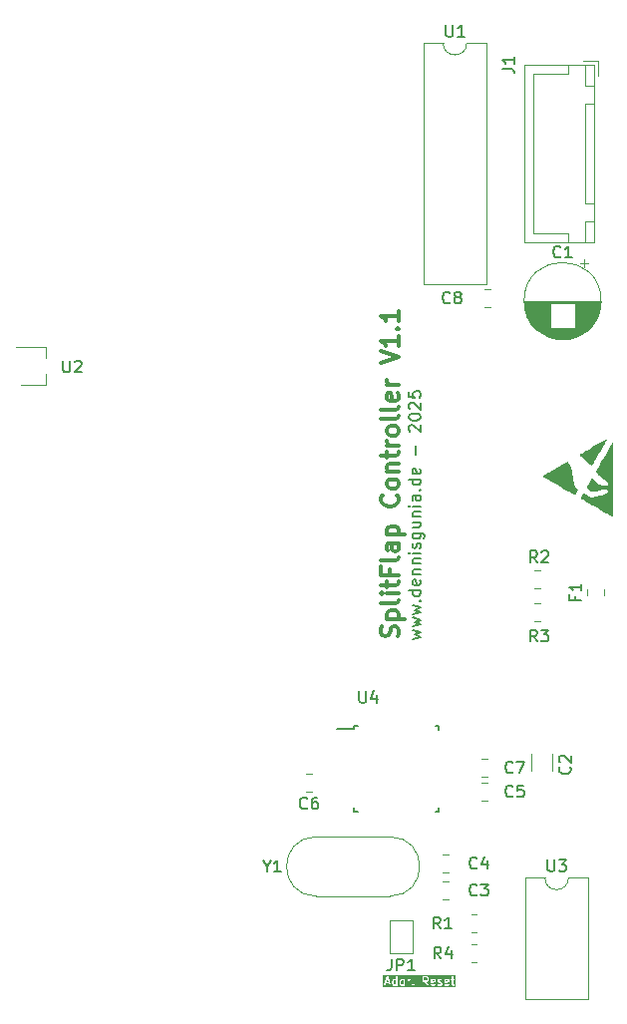
<source format=gbr>
%TF.GenerationSoftware,KiCad,Pcbnew,9.0.4-9.0.4-0~ubuntu22.04.1*%
%TF.CreationDate,2025-10-10T14:21:56+02:00*%
%TF.ProjectId,ModuleController,4d6f6475-6c65-4436-9f6e-74726f6c6c65,rev?*%
%TF.SameCoordinates,Original*%
%TF.FileFunction,Legend,Top*%
%TF.FilePolarity,Positive*%
%FSLAX46Y46*%
G04 Gerber Fmt 4.6, Leading zero omitted, Abs format (unit mm)*
G04 Created by KiCad (PCBNEW 9.0.4-9.0.4-0~ubuntu22.04.1) date 2025-10-10 14:21:56*
%MOMM*%
%LPD*%
G01*
G04 APERTURE LIST*
%ADD10C,0.300000*%
%ADD11C,0.125000*%
%ADD12C,0.187500*%
%ADD13C,0.150000*%
%ADD14C,0.120000*%
%ADD15C,0.010000*%
G04 APERTURE END LIST*
D10*
X125967400Y-94766917D02*
X126038828Y-94552632D01*
X126038828Y-94552632D02*
X126038828Y-94195489D01*
X126038828Y-94195489D02*
X125967400Y-94052632D01*
X125967400Y-94052632D02*
X125895971Y-93981203D01*
X125895971Y-93981203D02*
X125753114Y-93909774D01*
X125753114Y-93909774D02*
X125610257Y-93909774D01*
X125610257Y-93909774D02*
X125467400Y-93981203D01*
X125467400Y-93981203D02*
X125395971Y-94052632D01*
X125395971Y-94052632D02*
X125324542Y-94195489D01*
X125324542Y-94195489D02*
X125253114Y-94481203D01*
X125253114Y-94481203D02*
X125181685Y-94624060D01*
X125181685Y-94624060D02*
X125110257Y-94695489D01*
X125110257Y-94695489D02*
X124967400Y-94766917D01*
X124967400Y-94766917D02*
X124824542Y-94766917D01*
X124824542Y-94766917D02*
X124681685Y-94695489D01*
X124681685Y-94695489D02*
X124610257Y-94624060D01*
X124610257Y-94624060D02*
X124538828Y-94481203D01*
X124538828Y-94481203D02*
X124538828Y-94124060D01*
X124538828Y-94124060D02*
X124610257Y-93909774D01*
X125038828Y-93266918D02*
X126538828Y-93266918D01*
X125110257Y-93266918D02*
X125038828Y-93124061D01*
X125038828Y-93124061D02*
X125038828Y-92838346D01*
X125038828Y-92838346D02*
X125110257Y-92695489D01*
X125110257Y-92695489D02*
X125181685Y-92624061D01*
X125181685Y-92624061D02*
X125324542Y-92552632D01*
X125324542Y-92552632D02*
X125753114Y-92552632D01*
X125753114Y-92552632D02*
X125895971Y-92624061D01*
X125895971Y-92624061D02*
X125967400Y-92695489D01*
X125967400Y-92695489D02*
X126038828Y-92838346D01*
X126038828Y-92838346D02*
X126038828Y-93124061D01*
X126038828Y-93124061D02*
X125967400Y-93266918D01*
X126038828Y-91695489D02*
X125967400Y-91838346D01*
X125967400Y-91838346D02*
X125824542Y-91909775D01*
X125824542Y-91909775D02*
X124538828Y-91909775D01*
X126038828Y-91124061D02*
X125038828Y-91124061D01*
X124538828Y-91124061D02*
X124610257Y-91195489D01*
X124610257Y-91195489D02*
X124681685Y-91124061D01*
X124681685Y-91124061D02*
X124610257Y-91052632D01*
X124610257Y-91052632D02*
X124538828Y-91124061D01*
X124538828Y-91124061D02*
X124681685Y-91124061D01*
X125038828Y-90624060D02*
X125038828Y-90052632D01*
X124538828Y-90409775D02*
X125824542Y-90409775D01*
X125824542Y-90409775D02*
X125967400Y-90338346D01*
X125967400Y-90338346D02*
X126038828Y-90195489D01*
X126038828Y-90195489D02*
X126038828Y-90052632D01*
X125253114Y-89052632D02*
X125253114Y-89552632D01*
X126038828Y-89552632D02*
X124538828Y-89552632D01*
X124538828Y-89552632D02*
X124538828Y-88838346D01*
X126038828Y-88052632D02*
X125967400Y-88195489D01*
X125967400Y-88195489D02*
X125824542Y-88266918D01*
X125824542Y-88266918D02*
X124538828Y-88266918D01*
X126038828Y-86838347D02*
X125253114Y-86838347D01*
X125253114Y-86838347D02*
X125110257Y-86909775D01*
X125110257Y-86909775D02*
X125038828Y-87052632D01*
X125038828Y-87052632D02*
X125038828Y-87338347D01*
X125038828Y-87338347D02*
X125110257Y-87481204D01*
X125967400Y-86838347D02*
X126038828Y-86981204D01*
X126038828Y-86981204D02*
X126038828Y-87338347D01*
X126038828Y-87338347D02*
X125967400Y-87481204D01*
X125967400Y-87481204D02*
X125824542Y-87552632D01*
X125824542Y-87552632D02*
X125681685Y-87552632D01*
X125681685Y-87552632D02*
X125538828Y-87481204D01*
X125538828Y-87481204D02*
X125467400Y-87338347D01*
X125467400Y-87338347D02*
X125467400Y-86981204D01*
X125467400Y-86981204D02*
X125395971Y-86838347D01*
X125038828Y-86124061D02*
X126538828Y-86124061D01*
X125110257Y-86124061D02*
X125038828Y-85981204D01*
X125038828Y-85981204D02*
X125038828Y-85695489D01*
X125038828Y-85695489D02*
X125110257Y-85552632D01*
X125110257Y-85552632D02*
X125181685Y-85481204D01*
X125181685Y-85481204D02*
X125324542Y-85409775D01*
X125324542Y-85409775D02*
X125753114Y-85409775D01*
X125753114Y-85409775D02*
X125895971Y-85481204D01*
X125895971Y-85481204D02*
X125967400Y-85552632D01*
X125967400Y-85552632D02*
X126038828Y-85695489D01*
X126038828Y-85695489D02*
X126038828Y-85981204D01*
X126038828Y-85981204D02*
X125967400Y-86124061D01*
X125895971Y-82766918D02*
X125967400Y-82838346D01*
X125967400Y-82838346D02*
X126038828Y-83052632D01*
X126038828Y-83052632D02*
X126038828Y-83195489D01*
X126038828Y-83195489D02*
X125967400Y-83409775D01*
X125967400Y-83409775D02*
X125824542Y-83552632D01*
X125824542Y-83552632D02*
X125681685Y-83624061D01*
X125681685Y-83624061D02*
X125395971Y-83695489D01*
X125395971Y-83695489D02*
X125181685Y-83695489D01*
X125181685Y-83695489D02*
X124895971Y-83624061D01*
X124895971Y-83624061D02*
X124753114Y-83552632D01*
X124753114Y-83552632D02*
X124610257Y-83409775D01*
X124610257Y-83409775D02*
X124538828Y-83195489D01*
X124538828Y-83195489D02*
X124538828Y-83052632D01*
X124538828Y-83052632D02*
X124610257Y-82838346D01*
X124610257Y-82838346D02*
X124681685Y-82766918D01*
X126038828Y-81909775D02*
X125967400Y-82052632D01*
X125967400Y-82052632D02*
X125895971Y-82124061D01*
X125895971Y-82124061D02*
X125753114Y-82195489D01*
X125753114Y-82195489D02*
X125324542Y-82195489D01*
X125324542Y-82195489D02*
X125181685Y-82124061D01*
X125181685Y-82124061D02*
X125110257Y-82052632D01*
X125110257Y-82052632D02*
X125038828Y-81909775D01*
X125038828Y-81909775D02*
X125038828Y-81695489D01*
X125038828Y-81695489D02*
X125110257Y-81552632D01*
X125110257Y-81552632D02*
X125181685Y-81481204D01*
X125181685Y-81481204D02*
X125324542Y-81409775D01*
X125324542Y-81409775D02*
X125753114Y-81409775D01*
X125753114Y-81409775D02*
X125895971Y-81481204D01*
X125895971Y-81481204D02*
X125967400Y-81552632D01*
X125967400Y-81552632D02*
X126038828Y-81695489D01*
X126038828Y-81695489D02*
X126038828Y-81909775D01*
X125038828Y-80766918D02*
X126038828Y-80766918D01*
X125181685Y-80766918D02*
X125110257Y-80695489D01*
X125110257Y-80695489D02*
X125038828Y-80552632D01*
X125038828Y-80552632D02*
X125038828Y-80338346D01*
X125038828Y-80338346D02*
X125110257Y-80195489D01*
X125110257Y-80195489D02*
X125253114Y-80124061D01*
X125253114Y-80124061D02*
X126038828Y-80124061D01*
X125038828Y-79624060D02*
X125038828Y-79052632D01*
X124538828Y-79409775D02*
X125824542Y-79409775D01*
X125824542Y-79409775D02*
X125967400Y-79338346D01*
X125967400Y-79338346D02*
X126038828Y-79195489D01*
X126038828Y-79195489D02*
X126038828Y-79052632D01*
X126038828Y-78552632D02*
X125038828Y-78552632D01*
X125324542Y-78552632D02*
X125181685Y-78481203D01*
X125181685Y-78481203D02*
X125110257Y-78409775D01*
X125110257Y-78409775D02*
X125038828Y-78266917D01*
X125038828Y-78266917D02*
X125038828Y-78124060D01*
X126038828Y-77409775D02*
X125967400Y-77552632D01*
X125967400Y-77552632D02*
X125895971Y-77624061D01*
X125895971Y-77624061D02*
X125753114Y-77695489D01*
X125753114Y-77695489D02*
X125324542Y-77695489D01*
X125324542Y-77695489D02*
X125181685Y-77624061D01*
X125181685Y-77624061D02*
X125110257Y-77552632D01*
X125110257Y-77552632D02*
X125038828Y-77409775D01*
X125038828Y-77409775D02*
X125038828Y-77195489D01*
X125038828Y-77195489D02*
X125110257Y-77052632D01*
X125110257Y-77052632D02*
X125181685Y-76981204D01*
X125181685Y-76981204D02*
X125324542Y-76909775D01*
X125324542Y-76909775D02*
X125753114Y-76909775D01*
X125753114Y-76909775D02*
X125895971Y-76981204D01*
X125895971Y-76981204D02*
X125967400Y-77052632D01*
X125967400Y-77052632D02*
X126038828Y-77195489D01*
X126038828Y-77195489D02*
X126038828Y-77409775D01*
X126038828Y-76052632D02*
X125967400Y-76195489D01*
X125967400Y-76195489D02*
X125824542Y-76266918D01*
X125824542Y-76266918D02*
X124538828Y-76266918D01*
X126038828Y-75266918D02*
X125967400Y-75409775D01*
X125967400Y-75409775D02*
X125824542Y-75481204D01*
X125824542Y-75481204D02*
X124538828Y-75481204D01*
X125967400Y-74124061D02*
X126038828Y-74266918D01*
X126038828Y-74266918D02*
X126038828Y-74552633D01*
X126038828Y-74552633D02*
X125967400Y-74695490D01*
X125967400Y-74695490D02*
X125824542Y-74766918D01*
X125824542Y-74766918D02*
X125253114Y-74766918D01*
X125253114Y-74766918D02*
X125110257Y-74695490D01*
X125110257Y-74695490D02*
X125038828Y-74552633D01*
X125038828Y-74552633D02*
X125038828Y-74266918D01*
X125038828Y-74266918D02*
X125110257Y-74124061D01*
X125110257Y-74124061D02*
X125253114Y-74052633D01*
X125253114Y-74052633D02*
X125395971Y-74052633D01*
X125395971Y-74052633D02*
X125538828Y-74766918D01*
X126038828Y-73409776D02*
X125038828Y-73409776D01*
X125324542Y-73409776D02*
X125181685Y-73338347D01*
X125181685Y-73338347D02*
X125110257Y-73266919D01*
X125110257Y-73266919D02*
X125038828Y-73124061D01*
X125038828Y-73124061D02*
X125038828Y-72981204D01*
X124538828Y-71552633D02*
X126038828Y-71052633D01*
X126038828Y-71052633D02*
X124538828Y-70552633D01*
X126038828Y-69266919D02*
X126038828Y-70124062D01*
X126038828Y-69695491D02*
X124538828Y-69695491D01*
X124538828Y-69695491D02*
X124753114Y-69838348D01*
X124753114Y-69838348D02*
X124895971Y-69981205D01*
X124895971Y-69981205D02*
X124967400Y-70124062D01*
X125895971Y-68624063D02*
X125967400Y-68552634D01*
X125967400Y-68552634D02*
X126038828Y-68624063D01*
X126038828Y-68624063D02*
X125967400Y-68695491D01*
X125967400Y-68695491D02*
X125895971Y-68624063D01*
X125895971Y-68624063D02*
X126038828Y-68624063D01*
X126038828Y-67124062D02*
X126038828Y-67981205D01*
X126038828Y-67552634D02*
X124538828Y-67552634D01*
X124538828Y-67552634D02*
X124753114Y-67695491D01*
X124753114Y-67695491D02*
X124895971Y-67838348D01*
X124895971Y-67838348D02*
X124967400Y-67981205D01*
D11*
G36*
X125800402Y-123973126D02*
G01*
X125800402Y-124295872D01*
X125781481Y-124305333D01*
X125677657Y-124305333D01*
X125633257Y-124283133D01*
X125614269Y-124264145D01*
X125592069Y-124219745D01*
X125592069Y-124049254D01*
X125614267Y-124004857D01*
X125633259Y-123985864D01*
X125677656Y-123963666D01*
X125781482Y-123963666D01*
X125800402Y-123973126D01*
G37*
G36*
X126433735Y-123973126D02*
G01*
X126433735Y-124295872D01*
X126414814Y-124305333D01*
X126310990Y-124305333D01*
X126266590Y-124283133D01*
X126247602Y-124264145D01*
X126225402Y-124219745D01*
X126225402Y-124049254D01*
X126247600Y-124004857D01*
X126266592Y-123985864D01*
X126310989Y-123963666D01*
X126414815Y-123963666D01*
X126433735Y-123973126D01*
G37*
G36*
X129049648Y-123981083D02*
G01*
X129067067Y-124015921D01*
X129067067Y-124016595D01*
X128858734Y-124058262D01*
X128858734Y-124015921D01*
X128876152Y-123981084D01*
X128910989Y-123963666D01*
X129014812Y-123963666D01*
X129049648Y-123981083D01*
G37*
G36*
X130216315Y-123981083D02*
G01*
X130233734Y-124015921D01*
X130233734Y-124016595D01*
X130025401Y-124058262D01*
X130025401Y-124015921D01*
X130042819Y-123981084D01*
X130077656Y-123963666D01*
X130181479Y-123963666D01*
X130216315Y-123981083D01*
G37*
G36*
X125176188Y-124105333D02*
G01*
X125016283Y-124105333D01*
X125096235Y-123865475D01*
X125176188Y-124105333D01*
G37*
G36*
X128425876Y-123752531D02*
G01*
X128444867Y-123771522D01*
X128467067Y-123815921D01*
X128467067Y-123886411D01*
X128444866Y-123930812D01*
X128425878Y-123949800D01*
X128381479Y-123972000D01*
X128192067Y-123972000D01*
X128192067Y-123730333D01*
X128381479Y-123730333D01*
X128425876Y-123752531D01*
G37*
G36*
X130898421Y-124508111D02*
G01*
X124722782Y-124508111D01*
X124722782Y-124372264D01*
X124800560Y-124372264D01*
X124821952Y-124415048D01*
X124867333Y-124430175D01*
X124910117Y-124408783D01*
X124922195Y-124387597D01*
X124974616Y-124230333D01*
X125217854Y-124230333D01*
X125270276Y-124387598D01*
X125282354Y-124408784D01*
X125325138Y-124430176D01*
X125370519Y-124415049D01*
X125391912Y-124372264D01*
X125388862Y-124348069D01*
X125284339Y-124034500D01*
X125467069Y-124034500D01*
X125467069Y-124234500D01*
X125467679Y-124237571D01*
X125467227Y-124238930D01*
X125469872Y-124248590D01*
X125471827Y-124258418D01*
X125472840Y-124259431D01*
X125473667Y-124262451D01*
X125507000Y-124329117D01*
X125513145Y-124337034D01*
X125518708Y-124345360D01*
X125552042Y-124378694D01*
X125560363Y-124384254D01*
X125568285Y-124390402D01*
X125634951Y-124423735D01*
X125637970Y-124424561D01*
X125638984Y-124425575D01*
X125648803Y-124427528D01*
X125658472Y-124430176D01*
X125659832Y-124429722D01*
X125662902Y-124430333D01*
X125796236Y-124430333D01*
X125799307Y-124429722D01*
X125800666Y-124430175D01*
X125810326Y-124427529D01*
X125820154Y-124425575D01*
X125821167Y-124424561D01*
X125824187Y-124423735D01*
X125832825Y-124419416D01*
X125838984Y-124425575D01*
X125886820Y-124425575D01*
X125920644Y-124391751D01*
X125925402Y-124367833D01*
X125925402Y-124034500D01*
X126100402Y-124034500D01*
X126100402Y-124234500D01*
X126101012Y-124237571D01*
X126100560Y-124238930D01*
X126103205Y-124248590D01*
X126105160Y-124258418D01*
X126106173Y-124259431D01*
X126107000Y-124262451D01*
X126140333Y-124329117D01*
X126146478Y-124337034D01*
X126152041Y-124345360D01*
X126185375Y-124378694D01*
X126193696Y-124384254D01*
X126201618Y-124390402D01*
X126268284Y-124423735D01*
X126271303Y-124424561D01*
X126272317Y-124425575D01*
X126282136Y-124427528D01*
X126291805Y-124430176D01*
X126293165Y-124429722D01*
X126296235Y-124430333D01*
X126429569Y-124430333D01*
X126432640Y-124429722D01*
X126433999Y-124430175D01*
X126443659Y-124427529D01*
X126453487Y-124425575D01*
X126454500Y-124424561D01*
X126457520Y-124423735D01*
X126466158Y-124419416D01*
X126472317Y-124425575D01*
X126520153Y-124425575D01*
X126553977Y-124391751D01*
X126558735Y-124367833D01*
X126558735Y-123901166D01*
X126767068Y-123901166D01*
X126767068Y-124367833D01*
X126771826Y-124391751D01*
X126805650Y-124425575D01*
X126853486Y-124425575D01*
X126887310Y-124391751D01*
X126892068Y-124367833D01*
X126892068Y-124310584D01*
X127171825Y-124310584D01*
X127171826Y-124358418D01*
X127171828Y-124358420D01*
X127185374Y-124378694D01*
X127218707Y-124412027D01*
X127238980Y-124425572D01*
X127238983Y-124425575D01*
X127286817Y-124425576D01*
X127286818Y-124425575D01*
X127286819Y-124425575D01*
X127286820Y-124425573D01*
X127307095Y-124412028D01*
X127340429Y-124378695D01*
X127353977Y-124358418D01*
X127353978Y-124310583D01*
X127353974Y-124310579D01*
X127340429Y-124290306D01*
X127307095Y-124256972D01*
X127286821Y-124243426D01*
X127286819Y-124243424D01*
X127286818Y-124243423D01*
X127238983Y-124243424D01*
X127218706Y-124256972D01*
X127185373Y-124290306D01*
X127171825Y-124310584D01*
X126892068Y-124310584D01*
X126892068Y-124049254D01*
X126914267Y-124004855D01*
X126933256Y-123985866D01*
X126977657Y-123963666D01*
X127029568Y-123963666D01*
X127053486Y-123958908D01*
X127087310Y-123925084D01*
X127087310Y-123877248D01*
X127053486Y-123843424D01*
X127029568Y-123838666D01*
X126962902Y-123838666D01*
X126959830Y-123839277D01*
X126958471Y-123838824D01*
X126948814Y-123841468D01*
X126938984Y-123843424D01*
X126937969Y-123844438D01*
X126934951Y-123845265D01*
X126881868Y-123871806D01*
X126853486Y-123843424D01*
X126805650Y-123843424D01*
X126771826Y-123877248D01*
X126767068Y-123901166D01*
X126558735Y-123901166D01*
X126558735Y-123667833D01*
X128067067Y-123667833D01*
X128067067Y-124367833D01*
X128071825Y-124391751D01*
X128105649Y-124425575D01*
X128153485Y-124425575D01*
X128187309Y-124391751D01*
X128192067Y-124367833D01*
X128192067Y-124097000D01*
X128263693Y-124097000D01*
X128478365Y-124403675D01*
X128495979Y-124420540D01*
X128543086Y-124428853D01*
X128582274Y-124401421D01*
X128590587Y-124354315D01*
X128580769Y-124331992D01*
X128413825Y-124093500D01*
X128420152Y-124092242D01*
X128421165Y-124091228D01*
X128424185Y-124090402D01*
X128490852Y-124057068D01*
X128498769Y-124050922D01*
X128507095Y-124045360D01*
X128540428Y-124012027D01*
X128545988Y-124003705D01*
X128547959Y-124001166D01*
X128733734Y-124001166D01*
X128733734Y-124267833D01*
X128734344Y-124270904D01*
X128733892Y-124272263D01*
X128736537Y-124281923D01*
X128738492Y-124291751D01*
X128739505Y-124292764D01*
X128740332Y-124295784D01*
X128773665Y-124362451D01*
X128781295Y-124372281D01*
X128782351Y-124375450D01*
X128785878Y-124378188D01*
X128788617Y-124381716D01*
X128791785Y-124382772D01*
X128801616Y-124390402D01*
X128868284Y-124423735D01*
X128871302Y-124424561D01*
X128872316Y-124425575D01*
X128882139Y-124427529D01*
X128891805Y-124430176D01*
X128893165Y-124429722D01*
X128896234Y-124430333D01*
X129029567Y-124430333D01*
X129032638Y-124429722D01*
X129033997Y-124430175D01*
X129043657Y-124427529D01*
X129053485Y-124425575D01*
X129054498Y-124424561D01*
X129057518Y-124423735D01*
X129124185Y-124390402D01*
X129143450Y-124375450D01*
X129158577Y-124330070D01*
X129137184Y-124287284D01*
X129091805Y-124272157D01*
X129068284Y-124278598D01*
X129014812Y-124305333D01*
X128910989Y-124305333D01*
X128876151Y-124287914D01*
X128858734Y-124253078D01*
X128858734Y-124185737D01*
X129141824Y-124129119D01*
X129150354Y-124125575D01*
X129153485Y-124125575D01*
X129155709Y-124123350D01*
X129164344Y-124119763D01*
X129174438Y-124104622D01*
X129187309Y-124091751D01*
X129189133Y-124082578D01*
X129190878Y-124079962D01*
X129190264Y-124076894D01*
X129192067Y-124067833D01*
X129192067Y-124001166D01*
X129333734Y-124001166D01*
X129333734Y-124034500D01*
X129334344Y-124037571D01*
X129333892Y-124038930D01*
X129336537Y-124048590D01*
X129338492Y-124058418D01*
X129339505Y-124059431D01*
X129340332Y-124062451D01*
X129373665Y-124129117D01*
X129381295Y-124138947D01*
X129382351Y-124142115D01*
X129385879Y-124144853D01*
X129388618Y-124148382D01*
X129391785Y-124149437D01*
X129401616Y-124157068D01*
X129468283Y-124190401D01*
X129471301Y-124191227D01*
X129472316Y-124192242D01*
X129482146Y-124194197D01*
X129491803Y-124196842D01*
X129493162Y-124196388D01*
X129496234Y-124197000D01*
X129581479Y-124197000D01*
X129616315Y-124214417D01*
X129633734Y-124249254D01*
X129633734Y-124253078D01*
X129616315Y-124287915D01*
X129581479Y-124305333D01*
X129477656Y-124305333D01*
X129424185Y-124278598D01*
X129400664Y-124272158D01*
X129355284Y-124287284D01*
X129333892Y-124330070D01*
X129349018Y-124375450D01*
X129368283Y-124390402D01*
X129434951Y-124423735D01*
X129437969Y-124424561D01*
X129438983Y-124425575D01*
X129448806Y-124427529D01*
X129458472Y-124430176D01*
X129459832Y-124429722D01*
X129462901Y-124430333D01*
X129596234Y-124430333D01*
X129599305Y-124429722D01*
X129600664Y-124430175D01*
X129610324Y-124427529D01*
X129620152Y-124425575D01*
X129621165Y-124424561D01*
X129624185Y-124423735D01*
X129690852Y-124390402D01*
X129700682Y-124382771D01*
X129703851Y-124381716D01*
X129706589Y-124378188D01*
X129710117Y-124375450D01*
X129711173Y-124372281D01*
X129718803Y-124362451D01*
X129752136Y-124295783D01*
X129752962Y-124292764D01*
X129753976Y-124291751D01*
X129755930Y-124281927D01*
X129758577Y-124272262D01*
X129758123Y-124270901D01*
X129758734Y-124267833D01*
X129758734Y-124234500D01*
X129758123Y-124231431D01*
X129758577Y-124230071D01*
X129755930Y-124220405D01*
X129753976Y-124210582D01*
X129752962Y-124209568D01*
X129752136Y-124206550D01*
X129718803Y-124139882D01*
X129711173Y-124130051D01*
X129710117Y-124126883D01*
X129706589Y-124124144D01*
X129703851Y-124120617D01*
X129700682Y-124119561D01*
X129690852Y-124111931D01*
X129624185Y-124078598D01*
X129621165Y-124077771D01*
X129620152Y-124076758D01*
X129610324Y-124074803D01*
X129600664Y-124072158D01*
X129599305Y-124072610D01*
X129596234Y-124072000D01*
X129510989Y-124072000D01*
X129476152Y-124054581D01*
X129458734Y-124019745D01*
X129458734Y-124015921D01*
X129466111Y-124001166D01*
X129900401Y-124001166D01*
X129900401Y-124267833D01*
X129901011Y-124270904D01*
X129900559Y-124272263D01*
X129903204Y-124281923D01*
X129905159Y-124291751D01*
X129906172Y-124292764D01*
X129906999Y-124295784D01*
X129940332Y-124362451D01*
X129947962Y-124372281D01*
X129949018Y-124375450D01*
X129952545Y-124378188D01*
X129955284Y-124381716D01*
X129958452Y-124382772D01*
X129968283Y-124390402D01*
X130034951Y-124423735D01*
X130037969Y-124424561D01*
X130038983Y-124425575D01*
X130048806Y-124427529D01*
X130058472Y-124430176D01*
X130059832Y-124429722D01*
X130062901Y-124430333D01*
X130196234Y-124430333D01*
X130199305Y-124429722D01*
X130200664Y-124430175D01*
X130210324Y-124427529D01*
X130220152Y-124425575D01*
X130221165Y-124424561D01*
X130224185Y-124423735D01*
X130290852Y-124390402D01*
X130310117Y-124375450D01*
X130325244Y-124330070D01*
X130303851Y-124287284D01*
X130258472Y-124272157D01*
X130234951Y-124278598D01*
X130181479Y-124305333D01*
X130077656Y-124305333D01*
X130042818Y-124287914D01*
X130025401Y-124253078D01*
X130025401Y-124185737D01*
X130308491Y-124129119D01*
X130317021Y-124125575D01*
X130320152Y-124125575D01*
X130322376Y-124123350D01*
X130331011Y-124119763D01*
X130341105Y-124104622D01*
X130353976Y-124091751D01*
X130355800Y-124082578D01*
X130357545Y-124079962D01*
X130356931Y-124076894D01*
X130358734Y-124067833D01*
X130358734Y-124001166D01*
X130358123Y-123998096D01*
X130358577Y-123996736D01*
X130355929Y-123987067D01*
X130353976Y-123977248D01*
X130352962Y-123976234D01*
X130352136Y-123973215D01*
X130318803Y-123906549D01*
X130311172Y-123896717D01*
X130310117Y-123893551D01*
X130306590Y-123890813D01*
X130303851Y-123887284D01*
X130300681Y-123886227D01*
X130290852Y-123878598D01*
X130288152Y-123877248D01*
X130438492Y-123877248D01*
X130438492Y-123925084D01*
X130472316Y-123958908D01*
X130496234Y-123963666D01*
X130533734Y-123963666D01*
X130533734Y-124267833D01*
X130534344Y-124270904D01*
X130533892Y-124272263D01*
X130536537Y-124281923D01*
X130538492Y-124291751D01*
X130539505Y-124292764D01*
X130540332Y-124295784D01*
X130573666Y-124362451D01*
X130581295Y-124372280D01*
X130582352Y-124375450D01*
X130585881Y-124378189D01*
X130588619Y-124381716D01*
X130591785Y-124382771D01*
X130601617Y-124390402D01*
X130668283Y-124423735D01*
X130671302Y-124424561D01*
X130672316Y-124425575D01*
X130682135Y-124427528D01*
X130691804Y-124430176D01*
X130693164Y-124429722D01*
X130696234Y-124430333D01*
X130762901Y-124430333D01*
X130786819Y-124425575D01*
X130820643Y-124391751D01*
X130820643Y-124343915D01*
X130786819Y-124310091D01*
X130762901Y-124305333D01*
X130710989Y-124305333D01*
X130676151Y-124287914D01*
X130658734Y-124253078D01*
X130658734Y-123963666D01*
X130762901Y-123963666D01*
X130786819Y-123958908D01*
X130820643Y-123925084D01*
X130820643Y-123877248D01*
X130786819Y-123843424D01*
X130762901Y-123838666D01*
X130658734Y-123838666D01*
X130658734Y-123667833D01*
X130653976Y-123643915D01*
X130620152Y-123610091D01*
X130572316Y-123610091D01*
X130538492Y-123643915D01*
X130533734Y-123667833D01*
X130533734Y-123838666D01*
X130496234Y-123838666D01*
X130472316Y-123843424D01*
X130438492Y-123877248D01*
X130288152Y-123877248D01*
X130224185Y-123845264D01*
X130221165Y-123844437D01*
X130220152Y-123843424D01*
X130210324Y-123841469D01*
X130200664Y-123838824D01*
X130199305Y-123839276D01*
X130196234Y-123838666D01*
X130062901Y-123838666D01*
X130059829Y-123839277D01*
X130058470Y-123838824D01*
X130048813Y-123841468D01*
X130038983Y-123843424D01*
X130037968Y-123844438D01*
X130034950Y-123845265D01*
X129968283Y-123878598D01*
X129958452Y-123886228D01*
X129955285Y-123887284D01*
X129952546Y-123890812D01*
X129949018Y-123893551D01*
X129947962Y-123896718D01*
X129940332Y-123906549D01*
X129906999Y-123973215D01*
X129906172Y-123976234D01*
X129905159Y-123977248D01*
X129903204Y-123987075D01*
X129900559Y-123996736D01*
X129901011Y-123998094D01*
X129900401Y-124001166D01*
X129466111Y-124001166D01*
X129476152Y-123981084D01*
X129510989Y-123963666D01*
X129581479Y-123963666D01*
X129634950Y-123990401D01*
X129658470Y-123996842D01*
X129703850Y-123981716D01*
X129725243Y-123938930D01*
X129710117Y-123893551D01*
X129690852Y-123878598D01*
X129624185Y-123845264D01*
X129621165Y-123844437D01*
X129620152Y-123843424D01*
X129610324Y-123841469D01*
X129600664Y-123838824D01*
X129599305Y-123839276D01*
X129596234Y-123838666D01*
X129496234Y-123838666D01*
X129493162Y-123839277D01*
X129491803Y-123838824D01*
X129482146Y-123841468D01*
X129472316Y-123843424D01*
X129471301Y-123844438D01*
X129468283Y-123845265D01*
X129401616Y-123878598D01*
X129391785Y-123886228D01*
X129388618Y-123887284D01*
X129385879Y-123890812D01*
X129382351Y-123893551D01*
X129381295Y-123896718D01*
X129373665Y-123906549D01*
X129340332Y-123973215D01*
X129339505Y-123976234D01*
X129338492Y-123977248D01*
X129336537Y-123987075D01*
X129333892Y-123996736D01*
X129334344Y-123998094D01*
X129333734Y-124001166D01*
X129192067Y-124001166D01*
X129191456Y-123998096D01*
X129191910Y-123996736D01*
X129189262Y-123987067D01*
X129187309Y-123977248D01*
X129186295Y-123976234D01*
X129185469Y-123973215D01*
X129152136Y-123906549D01*
X129144505Y-123896717D01*
X129143450Y-123893551D01*
X129139923Y-123890813D01*
X129137184Y-123887284D01*
X129134014Y-123886227D01*
X129124185Y-123878598D01*
X129057518Y-123845264D01*
X129054498Y-123844437D01*
X129053485Y-123843424D01*
X129043657Y-123841469D01*
X129033997Y-123838824D01*
X129032638Y-123839276D01*
X129029567Y-123838666D01*
X128896234Y-123838666D01*
X128893162Y-123839277D01*
X128891803Y-123838824D01*
X128882146Y-123841468D01*
X128872316Y-123843424D01*
X128871301Y-123844438D01*
X128868283Y-123845265D01*
X128801616Y-123878598D01*
X128791785Y-123886228D01*
X128788618Y-123887284D01*
X128785879Y-123890812D01*
X128782351Y-123893551D01*
X128781295Y-123896718D01*
X128773665Y-123906549D01*
X128740332Y-123973215D01*
X128739505Y-123976234D01*
X128738492Y-123977248D01*
X128736537Y-123987075D01*
X128733892Y-123996736D01*
X128734344Y-123998094D01*
X128733734Y-124001166D01*
X128547959Y-124001166D01*
X128552136Y-123995784D01*
X128585469Y-123929116D01*
X128586295Y-123926097D01*
X128587309Y-123925084D01*
X128589263Y-123915260D01*
X128591910Y-123905595D01*
X128591456Y-123904234D01*
X128592067Y-123901166D01*
X128592067Y-123801166D01*
X128591456Y-123798096D01*
X128591910Y-123796736D01*
X128589262Y-123787067D01*
X128587309Y-123777248D01*
X128586295Y-123776234D01*
X128585469Y-123773215D01*
X128552136Y-123706549D01*
X128545990Y-123698630D01*
X128540429Y-123690307D01*
X128507096Y-123656972D01*
X128498767Y-123651407D01*
X128490852Y-123645264D01*
X128424185Y-123611931D01*
X128421165Y-123611104D01*
X128420152Y-123610091D01*
X128410324Y-123608136D01*
X128400664Y-123605491D01*
X128399305Y-123605943D01*
X128396234Y-123605333D01*
X128129567Y-123605333D01*
X128105649Y-123610091D01*
X128071825Y-123643915D01*
X128067067Y-123667833D01*
X126558735Y-123667833D01*
X126553977Y-123643915D01*
X126520153Y-123610091D01*
X126472317Y-123610091D01*
X126438493Y-123643915D01*
X126433735Y-123667833D01*
X126433735Y-123838912D01*
X126432640Y-123839277D01*
X126429569Y-123838666D01*
X126296235Y-123838666D01*
X126293163Y-123839277D01*
X126291804Y-123838824D01*
X126282146Y-123841468D01*
X126272317Y-123843424D01*
X126271302Y-123844438D01*
X126268283Y-123845265D01*
X126201617Y-123878599D01*
X126193704Y-123884740D01*
X126185376Y-123890305D01*
X126152041Y-123923638D01*
X126146476Y-123931966D01*
X126140333Y-123939882D01*
X126107000Y-124006549D01*
X126106173Y-124009568D01*
X126105160Y-124010582D01*
X126103205Y-124020409D01*
X126100560Y-124030070D01*
X126101012Y-124031428D01*
X126100402Y-124034500D01*
X125925402Y-124034500D01*
X125925402Y-123667833D01*
X125920644Y-123643915D01*
X125886820Y-123610091D01*
X125838984Y-123610091D01*
X125805160Y-123643915D01*
X125800402Y-123667833D01*
X125800402Y-123838912D01*
X125799307Y-123839277D01*
X125796236Y-123838666D01*
X125662902Y-123838666D01*
X125659830Y-123839277D01*
X125658471Y-123838824D01*
X125648813Y-123841468D01*
X125638984Y-123843424D01*
X125637969Y-123844438D01*
X125634950Y-123845265D01*
X125568284Y-123878599D01*
X125560371Y-123884740D01*
X125552043Y-123890305D01*
X125518708Y-123923638D01*
X125513143Y-123931966D01*
X125507000Y-123939882D01*
X125473667Y-124006549D01*
X125472840Y-124009568D01*
X125471827Y-124010582D01*
X125469872Y-124020409D01*
X125467227Y-124030070D01*
X125467679Y-124031428D01*
X125467069Y-124034500D01*
X125284339Y-124034500D01*
X125155529Y-123648069D01*
X125143451Y-123626883D01*
X125139274Y-123624794D01*
X125137186Y-123620618D01*
X125118391Y-123614353D01*
X125100667Y-123605491D01*
X125096236Y-123606968D01*
X125091805Y-123605491D01*
X125074081Y-123614353D01*
X125055286Y-123620618D01*
X125053197Y-123624794D01*
X125049021Y-123626883D01*
X125036943Y-123648069D01*
X124803609Y-124348069D01*
X124800560Y-124372264D01*
X124722782Y-124372264D01*
X124722782Y-123527555D01*
X130898421Y-123527555D01*
X130898421Y-124508111D01*
G37*
D12*
X127217202Y-94983787D02*
X127883869Y-94793311D01*
X127883869Y-94793311D02*
X127407678Y-94602835D01*
X127407678Y-94602835D02*
X127883869Y-94412359D01*
X127883869Y-94412359D02*
X127217202Y-94221883D01*
X127217202Y-93936168D02*
X127883869Y-93745692D01*
X127883869Y-93745692D02*
X127407678Y-93555216D01*
X127407678Y-93555216D02*
X127883869Y-93364740D01*
X127883869Y-93364740D02*
X127217202Y-93174264D01*
X127217202Y-92888549D02*
X127883869Y-92698073D01*
X127883869Y-92698073D02*
X127407678Y-92507597D01*
X127407678Y-92507597D02*
X127883869Y-92317121D01*
X127883869Y-92317121D02*
X127217202Y-92126645D01*
X127788630Y-91745692D02*
X127836250Y-91698073D01*
X127836250Y-91698073D02*
X127883869Y-91745692D01*
X127883869Y-91745692D02*
X127836250Y-91793311D01*
X127836250Y-91793311D02*
X127788630Y-91745692D01*
X127788630Y-91745692D02*
X127883869Y-91745692D01*
X127883869Y-90840931D02*
X126883869Y-90840931D01*
X127836250Y-90840931D02*
X127883869Y-90936169D01*
X127883869Y-90936169D02*
X127883869Y-91126645D01*
X127883869Y-91126645D02*
X127836250Y-91221883D01*
X127836250Y-91221883D02*
X127788630Y-91269502D01*
X127788630Y-91269502D02*
X127693392Y-91317121D01*
X127693392Y-91317121D02*
X127407678Y-91317121D01*
X127407678Y-91317121D02*
X127312440Y-91269502D01*
X127312440Y-91269502D02*
X127264821Y-91221883D01*
X127264821Y-91221883D02*
X127217202Y-91126645D01*
X127217202Y-91126645D02*
X127217202Y-90936169D01*
X127217202Y-90936169D02*
X127264821Y-90840931D01*
X127836250Y-89983788D02*
X127883869Y-90079026D01*
X127883869Y-90079026D02*
X127883869Y-90269502D01*
X127883869Y-90269502D02*
X127836250Y-90364740D01*
X127836250Y-90364740D02*
X127741011Y-90412359D01*
X127741011Y-90412359D02*
X127360059Y-90412359D01*
X127360059Y-90412359D02*
X127264821Y-90364740D01*
X127264821Y-90364740D02*
X127217202Y-90269502D01*
X127217202Y-90269502D02*
X127217202Y-90079026D01*
X127217202Y-90079026D02*
X127264821Y-89983788D01*
X127264821Y-89983788D02*
X127360059Y-89936169D01*
X127360059Y-89936169D02*
X127455297Y-89936169D01*
X127455297Y-89936169D02*
X127550535Y-90412359D01*
X127217202Y-89507597D02*
X127883869Y-89507597D01*
X127312440Y-89507597D02*
X127264821Y-89459978D01*
X127264821Y-89459978D02*
X127217202Y-89364740D01*
X127217202Y-89364740D02*
X127217202Y-89221883D01*
X127217202Y-89221883D02*
X127264821Y-89126645D01*
X127264821Y-89126645D02*
X127360059Y-89079026D01*
X127360059Y-89079026D02*
X127883869Y-89079026D01*
X127217202Y-88602835D02*
X127883869Y-88602835D01*
X127312440Y-88602835D02*
X127264821Y-88555216D01*
X127264821Y-88555216D02*
X127217202Y-88459978D01*
X127217202Y-88459978D02*
X127217202Y-88317121D01*
X127217202Y-88317121D02*
X127264821Y-88221883D01*
X127264821Y-88221883D02*
X127360059Y-88174264D01*
X127360059Y-88174264D02*
X127883869Y-88174264D01*
X127883869Y-87698073D02*
X127217202Y-87698073D01*
X126883869Y-87698073D02*
X126931488Y-87745692D01*
X126931488Y-87745692D02*
X126979107Y-87698073D01*
X126979107Y-87698073D02*
X126931488Y-87650454D01*
X126931488Y-87650454D02*
X126883869Y-87698073D01*
X126883869Y-87698073D02*
X126979107Y-87698073D01*
X127836250Y-87269502D02*
X127883869Y-87174264D01*
X127883869Y-87174264D02*
X127883869Y-86983788D01*
X127883869Y-86983788D02*
X127836250Y-86888550D01*
X127836250Y-86888550D02*
X127741011Y-86840931D01*
X127741011Y-86840931D02*
X127693392Y-86840931D01*
X127693392Y-86840931D02*
X127598154Y-86888550D01*
X127598154Y-86888550D02*
X127550535Y-86983788D01*
X127550535Y-86983788D02*
X127550535Y-87126645D01*
X127550535Y-87126645D02*
X127502916Y-87221883D01*
X127502916Y-87221883D02*
X127407678Y-87269502D01*
X127407678Y-87269502D02*
X127360059Y-87269502D01*
X127360059Y-87269502D02*
X127264821Y-87221883D01*
X127264821Y-87221883D02*
X127217202Y-87126645D01*
X127217202Y-87126645D02*
X127217202Y-86983788D01*
X127217202Y-86983788D02*
X127264821Y-86888550D01*
X127217202Y-85983788D02*
X128026726Y-85983788D01*
X128026726Y-85983788D02*
X128121964Y-86031407D01*
X128121964Y-86031407D02*
X128169583Y-86079026D01*
X128169583Y-86079026D02*
X128217202Y-86174264D01*
X128217202Y-86174264D02*
X128217202Y-86317121D01*
X128217202Y-86317121D02*
X128169583Y-86412359D01*
X127836250Y-85983788D02*
X127883869Y-86079026D01*
X127883869Y-86079026D02*
X127883869Y-86269502D01*
X127883869Y-86269502D02*
X127836250Y-86364740D01*
X127836250Y-86364740D02*
X127788630Y-86412359D01*
X127788630Y-86412359D02*
X127693392Y-86459978D01*
X127693392Y-86459978D02*
X127407678Y-86459978D01*
X127407678Y-86459978D02*
X127312440Y-86412359D01*
X127312440Y-86412359D02*
X127264821Y-86364740D01*
X127264821Y-86364740D02*
X127217202Y-86269502D01*
X127217202Y-86269502D02*
X127217202Y-86079026D01*
X127217202Y-86079026D02*
X127264821Y-85983788D01*
X127217202Y-85079026D02*
X127883869Y-85079026D01*
X127217202Y-85507597D02*
X127741011Y-85507597D01*
X127741011Y-85507597D02*
X127836250Y-85459978D01*
X127836250Y-85459978D02*
X127883869Y-85364740D01*
X127883869Y-85364740D02*
X127883869Y-85221883D01*
X127883869Y-85221883D02*
X127836250Y-85126645D01*
X127836250Y-85126645D02*
X127788630Y-85079026D01*
X127217202Y-84602835D02*
X127883869Y-84602835D01*
X127312440Y-84602835D02*
X127264821Y-84555216D01*
X127264821Y-84555216D02*
X127217202Y-84459978D01*
X127217202Y-84459978D02*
X127217202Y-84317121D01*
X127217202Y-84317121D02*
X127264821Y-84221883D01*
X127264821Y-84221883D02*
X127360059Y-84174264D01*
X127360059Y-84174264D02*
X127883869Y-84174264D01*
X127883869Y-83698073D02*
X127217202Y-83698073D01*
X126883869Y-83698073D02*
X126931488Y-83745692D01*
X126931488Y-83745692D02*
X126979107Y-83698073D01*
X126979107Y-83698073D02*
X126931488Y-83650454D01*
X126931488Y-83650454D02*
X126883869Y-83698073D01*
X126883869Y-83698073D02*
X126979107Y-83698073D01*
X127883869Y-82793312D02*
X127360059Y-82793312D01*
X127360059Y-82793312D02*
X127264821Y-82840931D01*
X127264821Y-82840931D02*
X127217202Y-82936169D01*
X127217202Y-82936169D02*
X127217202Y-83126645D01*
X127217202Y-83126645D02*
X127264821Y-83221883D01*
X127836250Y-82793312D02*
X127883869Y-82888550D01*
X127883869Y-82888550D02*
X127883869Y-83126645D01*
X127883869Y-83126645D02*
X127836250Y-83221883D01*
X127836250Y-83221883D02*
X127741011Y-83269502D01*
X127741011Y-83269502D02*
X127645773Y-83269502D01*
X127645773Y-83269502D02*
X127550535Y-83221883D01*
X127550535Y-83221883D02*
X127502916Y-83126645D01*
X127502916Y-83126645D02*
X127502916Y-82888550D01*
X127502916Y-82888550D02*
X127455297Y-82793312D01*
X127788630Y-82317121D02*
X127836250Y-82269502D01*
X127836250Y-82269502D02*
X127883869Y-82317121D01*
X127883869Y-82317121D02*
X127836250Y-82364740D01*
X127836250Y-82364740D02*
X127788630Y-82317121D01*
X127788630Y-82317121D02*
X127883869Y-82317121D01*
X127883869Y-81412360D02*
X126883869Y-81412360D01*
X127836250Y-81412360D02*
X127883869Y-81507598D01*
X127883869Y-81507598D02*
X127883869Y-81698074D01*
X127883869Y-81698074D02*
X127836250Y-81793312D01*
X127836250Y-81793312D02*
X127788630Y-81840931D01*
X127788630Y-81840931D02*
X127693392Y-81888550D01*
X127693392Y-81888550D02*
X127407678Y-81888550D01*
X127407678Y-81888550D02*
X127312440Y-81840931D01*
X127312440Y-81840931D02*
X127264821Y-81793312D01*
X127264821Y-81793312D02*
X127217202Y-81698074D01*
X127217202Y-81698074D02*
X127217202Y-81507598D01*
X127217202Y-81507598D02*
X127264821Y-81412360D01*
X127836250Y-80555217D02*
X127883869Y-80650455D01*
X127883869Y-80650455D02*
X127883869Y-80840931D01*
X127883869Y-80840931D02*
X127836250Y-80936169D01*
X127836250Y-80936169D02*
X127741011Y-80983788D01*
X127741011Y-80983788D02*
X127360059Y-80983788D01*
X127360059Y-80983788D02*
X127264821Y-80936169D01*
X127264821Y-80936169D02*
X127217202Y-80840931D01*
X127217202Y-80840931D02*
X127217202Y-80650455D01*
X127217202Y-80650455D02*
X127264821Y-80555217D01*
X127264821Y-80555217D02*
X127360059Y-80507598D01*
X127360059Y-80507598D02*
X127455297Y-80507598D01*
X127455297Y-80507598D02*
X127550535Y-80983788D01*
X127502916Y-79317121D02*
X127502916Y-78555217D01*
X126979107Y-77364740D02*
X126931488Y-77317121D01*
X126931488Y-77317121D02*
X126883869Y-77221883D01*
X126883869Y-77221883D02*
X126883869Y-76983788D01*
X126883869Y-76983788D02*
X126931488Y-76888550D01*
X126931488Y-76888550D02*
X126979107Y-76840931D01*
X126979107Y-76840931D02*
X127074345Y-76793312D01*
X127074345Y-76793312D02*
X127169583Y-76793312D01*
X127169583Y-76793312D02*
X127312440Y-76840931D01*
X127312440Y-76840931D02*
X127883869Y-77412359D01*
X127883869Y-77412359D02*
X127883869Y-76793312D01*
X126883869Y-76174264D02*
X126883869Y-76079026D01*
X126883869Y-76079026D02*
X126931488Y-75983788D01*
X126931488Y-75983788D02*
X126979107Y-75936169D01*
X126979107Y-75936169D02*
X127074345Y-75888550D01*
X127074345Y-75888550D02*
X127264821Y-75840931D01*
X127264821Y-75840931D02*
X127502916Y-75840931D01*
X127502916Y-75840931D02*
X127693392Y-75888550D01*
X127693392Y-75888550D02*
X127788630Y-75936169D01*
X127788630Y-75936169D02*
X127836250Y-75983788D01*
X127836250Y-75983788D02*
X127883869Y-76079026D01*
X127883869Y-76079026D02*
X127883869Y-76174264D01*
X127883869Y-76174264D02*
X127836250Y-76269502D01*
X127836250Y-76269502D02*
X127788630Y-76317121D01*
X127788630Y-76317121D02*
X127693392Y-76364740D01*
X127693392Y-76364740D02*
X127502916Y-76412359D01*
X127502916Y-76412359D02*
X127264821Y-76412359D01*
X127264821Y-76412359D02*
X127074345Y-76364740D01*
X127074345Y-76364740D02*
X126979107Y-76317121D01*
X126979107Y-76317121D02*
X126931488Y-76269502D01*
X126931488Y-76269502D02*
X126883869Y-76174264D01*
X126979107Y-75459978D02*
X126931488Y-75412359D01*
X126931488Y-75412359D02*
X126883869Y-75317121D01*
X126883869Y-75317121D02*
X126883869Y-75079026D01*
X126883869Y-75079026D02*
X126931488Y-74983788D01*
X126931488Y-74983788D02*
X126979107Y-74936169D01*
X126979107Y-74936169D02*
X127074345Y-74888550D01*
X127074345Y-74888550D02*
X127169583Y-74888550D01*
X127169583Y-74888550D02*
X127312440Y-74936169D01*
X127312440Y-74936169D02*
X127883869Y-75507597D01*
X127883869Y-75507597D02*
X127883869Y-74888550D01*
X126883869Y-73983788D02*
X126883869Y-74459978D01*
X126883869Y-74459978D02*
X127360059Y-74507597D01*
X127360059Y-74507597D02*
X127312440Y-74459978D01*
X127312440Y-74459978D02*
X127264821Y-74364740D01*
X127264821Y-74364740D02*
X127264821Y-74126645D01*
X127264821Y-74126645D02*
X127312440Y-74031407D01*
X127312440Y-74031407D02*
X127360059Y-73983788D01*
X127360059Y-73983788D02*
X127455297Y-73936169D01*
X127455297Y-73936169D02*
X127693392Y-73936169D01*
X127693392Y-73936169D02*
X127788630Y-73983788D01*
X127788630Y-73983788D02*
X127836250Y-74031407D01*
X127836250Y-74031407D02*
X127883869Y-74126645D01*
X127883869Y-74126645D02*
X127883869Y-74364740D01*
X127883869Y-74364740D02*
X127836250Y-74459978D01*
X127836250Y-74459978D02*
X127788630Y-74507597D01*
D13*
X140567580Y-105830666D02*
X140615200Y-105878285D01*
X140615200Y-105878285D02*
X140662819Y-106021142D01*
X140662819Y-106021142D02*
X140662819Y-106116380D01*
X140662819Y-106116380D02*
X140615200Y-106259237D01*
X140615200Y-106259237D02*
X140519961Y-106354475D01*
X140519961Y-106354475D02*
X140424723Y-106402094D01*
X140424723Y-106402094D02*
X140234247Y-106449713D01*
X140234247Y-106449713D02*
X140091390Y-106449713D01*
X140091390Y-106449713D02*
X139900914Y-106402094D01*
X139900914Y-106402094D02*
X139805676Y-106354475D01*
X139805676Y-106354475D02*
X139710438Y-106259237D01*
X139710438Y-106259237D02*
X139662819Y-106116380D01*
X139662819Y-106116380D02*
X139662819Y-106021142D01*
X139662819Y-106021142D02*
X139710438Y-105878285D01*
X139710438Y-105878285D02*
X139758057Y-105830666D01*
X139758057Y-105449713D02*
X139710438Y-105402094D01*
X139710438Y-105402094D02*
X139662819Y-105306856D01*
X139662819Y-105306856D02*
X139662819Y-105068761D01*
X139662819Y-105068761D02*
X139710438Y-104973523D01*
X139710438Y-104973523D02*
X139758057Y-104925904D01*
X139758057Y-104925904D02*
X139853295Y-104878285D01*
X139853295Y-104878285D02*
X139948533Y-104878285D01*
X139948533Y-104878285D02*
X140091390Y-104925904D01*
X140091390Y-104925904D02*
X140662819Y-105497332D01*
X140662819Y-105497332D02*
X140662819Y-104878285D01*
X130389333Y-66399580D02*
X130341714Y-66447200D01*
X130341714Y-66447200D02*
X130198857Y-66494819D01*
X130198857Y-66494819D02*
X130103619Y-66494819D01*
X130103619Y-66494819D02*
X129960762Y-66447200D01*
X129960762Y-66447200D02*
X129865524Y-66351961D01*
X129865524Y-66351961D02*
X129817905Y-66256723D01*
X129817905Y-66256723D02*
X129770286Y-66066247D01*
X129770286Y-66066247D02*
X129770286Y-65923390D01*
X129770286Y-65923390D02*
X129817905Y-65732914D01*
X129817905Y-65732914D02*
X129865524Y-65637676D01*
X129865524Y-65637676D02*
X129960762Y-65542438D01*
X129960762Y-65542438D02*
X130103619Y-65494819D01*
X130103619Y-65494819D02*
X130198857Y-65494819D01*
X130198857Y-65494819D02*
X130341714Y-65542438D01*
X130341714Y-65542438D02*
X130389333Y-65590057D01*
X130960762Y-65923390D02*
X130865524Y-65875771D01*
X130865524Y-65875771D02*
X130817905Y-65828152D01*
X130817905Y-65828152D02*
X130770286Y-65732914D01*
X130770286Y-65732914D02*
X130770286Y-65685295D01*
X130770286Y-65685295D02*
X130817905Y-65590057D01*
X130817905Y-65590057D02*
X130865524Y-65542438D01*
X130865524Y-65542438D02*
X130960762Y-65494819D01*
X130960762Y-65494819D02*
X131151238Y-65494819D01*
X131151238Y-65494819D02*
X131246476Y-65542438D01*
X131246476Y-65542438D02*
X131294095Y-65590057D01*
X131294095Y-65590057D02*
X131341714Y-65685295D01*
X131341714Y-65685295D02*
X131341714Y-65732914D01*
X131341714Y-65732914D02*
X131294095Y-65828152D01*
X131294095Y-65828152D02*
X131246476Y-65875771D01*
X131246476Y-65875771D02*
X131151238Y-65923390D01*
X131151238Y-65923390D02*
X130960762Y-65923390D01*
X130960762Y-65923390D02*
X130865524Y-65971009D01*
X130865524Y-65971009D02*
X130817905Y-66018628D01*
X130817905Y-66018628D02*
X130770286Y-66113866D01*
X130770286Y-66113866D02*
X130770286Y-66304342D01*
X130770286Y-66304342D02*
X130817905Y-66399580D01*
X130817905Y-66399580D02*
X130865524Y-66447200D01*
X130865524Y-66447200D02*
X130960762Y-66494819D01*
X130960762Y-66494819D02*
X131151238Y-66494819D01*
X131151238Y-66494819D02*
X131246476Y-66447200D01*
X131246476Y-66447200D02*
X131294095Y-66399580D01*
X131294095Y-66399580D02*
X131341714Y-66304342D01*
X131341714Y-66304342D02*
X131341714Y-66113866D01*
X131341714Y-66113866D02*
X131294095Y-66018628D01*
X131294095Y-66018628D02*
X131246476Y-65971009D01*
X131246476Y-65971009D02*
X131151238Y-65923390D01*
X132675333Y-116691580D02*
X132627714Y-116739200D01*
X132627714Y-116739200D02*
X132484857Y-116786819D01*
X132484857Y-116786819D02*
X132389619Y-116786819D01*
X132389619Y-116786819D02*
X132246762Y-116739200D01*
X132246762Y-116739200D02*
X132151524Y-116643961D01*
X132151524Y-116643961D02*
X132103905Y-116548723D01*
X132103905Y-116548723D02*
X132056286Y-116358247D01*
X132056286Y-116358247D02*
X132056286Y-116215390D01*
X132056286Y-116215390D02*
X132103905Y-116024914D01*
X132103905Y-116024914D02*
X132151524Y-115929676D01*
X132151524Y-115929676D02*
X132246762Y-115834438D01*
X132246762Y-115834438D02*
X132389619Y-115786819D01*
X132389619Y-115786819D02*
X132484857Y-115786819D01*
X132484857Y-115786819D02*
X132627714Y-115834438D01*
X132627714Y-115834438D02*
X132675333Y-115882057D01*
X133008667Y-115786819D02*
X133627714Y-115786819D01*
X133627714Y-115786819D02*
X133294381Y-116167771D01*
X133294381Y-116167771D02*
X133437238Y-116167771D01*
X133437238Y-116167771D02*
X133532476Y-116215390D01*
X133532476Y-116215390D02*
X133580095Y-116263009D01*
X133580095Y-116263009D02*
X133627714Y-116358247D01*
X133627714Y-116358247D02*
X133627714Y-116596342D01*
X133627714Y-116596342D02*
X133580095Y-116691580D01*
X133580095Y-116691580D02*
X133532476Y-116739200D01*
X133532476Y-116739200D02*
X133437238Y-116786819D01*
X133437238Y-116786819D02*
X133151524Y-116786819D01*
X133151524Y-116786819D02*
X133056286Y-116739200D01*
X133056286Y-116739200D02*
X133008667Y-116691580D01*
X137802333Y-88494819D02*
X137469000Y-88018628D01*
X137230905Y-88494819D02*
X137230905Y-87494819D01*
X137230905Y-87494819D02*
X137611857Y-87494819D01*
X137611857Y-87494819D02*
X137707095Y-87542438D01*
X137707095Y-87542438D02*
X137754714Y-87590057D01*
X137754714Y-87590057D02*
X137802333Y-87685295D01*
X137802333Y-87685295D02*
X137802333Y-87828152D01*
X137802333Y-87828152D02*
X137754714Y-87923390D01*
X137754714Y-87923390D02*
X137707095Y-87971009D01*
X137707095Y-87971009D02*
X137611857Y-88018628D01*
X137611857Y-88018628D02*
X137230905Y-88018628D01*
X138183286Y-87590057D02*
X138230905Y-87542438D01*
X138230905Y-87542438D02*
X138326143Y-87494819D01*
X138326143Y-87494819D02*
X138564238Y-87494819D01*
X138564238Y-87494819D02*
X138659476Y-87542438D01*
X138659476Y-87542438D02*
X138707095Y-87590057D01*
X138707095Y-87590057D02*
X138754714Y-87685295D01*
X138754714Y-87685295D02*
X138754714Y-87780533D01*
X138754714Y-87780533D02*
X138707095Y-87923390D01*
X138707095Y-87923390D02*
X138135667Y-88494819D01*
X138135667Y-88494819D02*
X138754714Y-88494819D01*
X114839809Y-114278628D02*
X114839809Y-114754819D01*
X114506476Y-113754819D02*
X114839809Y-114278628D01*
X114839809Y-114278628D02*
X115173142Y-113754819D01*
X116030285Y-114754819D02*
X115458857Y-114754819D01*
X115744571Y-114754819D02*
X115744571Y-113754819D01*
X115744571Y-113754819D02*
X115649333Y-113897676D01*
X115649333Y-113897676D02*
X115554095Y-113992914D01*
X115554095Y-113992914D02*
X115458857Y-114040533D01*
X122682095Y-99390819D02*
X122682095Y-100200342D01*
X122682095Y-100200342D02*
X122729714Y-100295580D01*
X122729714Y-100295580D02*
X122777333Y-100343200D01*
X122777333Y-100343200D02*
X122872571Y-100390819D01*
X122872571Y-100390819D02*
X123063047Y-100390819D01*
X123063047Y-100390819D02*
X123158285Y-100343200D01*
X123158285Y-100343200D02*
X123205904Y-100295580D01*
X123205904Y-100295580D02*
X123253523Y-100200342D01*
X123253523Y-100200342D02*
X123253523Y-99390819D01*
X124158285Y-99724152D02*
X124158285Y-100390819D01*
X123920190Y-99343200D02*
X123682095Y-100057485D01*
X123682095Y-100057485D02*
X124301142Y-100057485D01*
X139787333Y-62501959D02*
X139739714Y-62549579D01*
X139739714Y-62549579D02*
X139596857Y-62597198D01*
X139596857Y-62597198D02*
X139501619Y-62597198D01*
X139501619Y-62597198D02*
X139358762Y-62549579D01*
X139358762Y-62549579D02*
X139263524Y-62454340D01*
X139263524Y-62454340D02*
X139215905Y-62359102D01*
X139215905Y-62359102D02*
X139168286Y-62168626D01*
X139168286Y-62168626D02*
X139168286Y-62025769D01*
X139168286Y-62025769D02*
X139215905Y-61835293D01*
X139215905Y-61835293D02*
X139263524Y-61740055D01*
X139263524Y-61740055D02*
X139358762Y-61644817D01*
X139358762Y-61644817D02*
X139501619Y-61597198D01*
X139501619Y-61597198D02*
X139596857Y-61597198D01*
X139596857Y-61597198D02*
X139739714Y-61644817D01*
X139739714Y-61644817D02*
X139787333Y-61692436D01*
X140739714Y-62597198D02*
X140168286Y-62597198D01*
X140454000Y-62597198D02*
X140454000Y-61597198D01*
X140454000Y-61597198D02*
X140358762Y-61740055D01*
X140358762Y-61740055D02*
X140263524Y-61835293D01*
X140263524Y-61835293D02*
X140168286Y-61882912D01*
X129580333Y-119580819D02*
X129247000Y-119104628D01*
X129008905Y-119580819D02*
X129008905Y-118580819D01*
X129008905Y-118580819D02*
X129389857Y-118580819D01*
X129389857Y-118580819D02*
X129485095Y-118628438D01*
X129485095Y-118628438D02*
X129532714Y-118676057D01*
X129532714Y-118676057D02*
X129580333Y-118771295D01*
X129580333Y-118771295D02*
X129580333Y-118914152D01*
X129580333Y-118914152D02*
X129532714Y-119009390D01*
X129532714Y-119009390D02*
X129485095Y-119057009D01*
X129485095Y-119057009D02*
X129389857Y-119104628D01*
X129389857Y-119104628D02*
X129008905Y-119104628D01*
X130532714Y-119580819D02*
X129961286Y-119580819D01*
X130247000Y-119580819D02*
X130247000Y-118580819D01*
X130247000Y-118580819D02*
X130151762Y-118723676D01*
X130151762Y-118723676D02*
X130056524Y-118818914D01*
X130056524Y-118818914D02*
X129961286Y-118866533D01*
X132675333Y-114405580D02*
X132627714Y-114453200D01*
X132627714Y-114453200D02*
X132484857Y-114500819D01*
X132484857Y-114500819D02*
X132389619Y-114500819D01*
X132389619Y-114500819D02*
X132246762Y-114453200D01*
X132246762Y-114453200D02*
X132151524Y-114357961D01*
X132151524Y-114357961D02*
X132103905Y-114262723D01*
X132103905Y-114262723D02*
X132056286Y-114072247D01*
X132056286Y-114072247D02*
X132056286Y-113929390D01*
X132056286Y-113929390D02*
X132103905Y-113738914D01*
X132103905Y-113738914D02*
X132151524Y-113643676D01*
X132151524Y-113643676D02*
X132246762Y-113548438D01*
X132246762Y-113548438D02*
X132389619Y-113500819D01*
X132389619Y-113500819D02*
X132484857Y-113500819D01*
X132484857Y-113500819D02*
X132627714Y-113548438D01*
X132627714Y-113548438D02*
X132675333Y-113596057D01*
X133532476Y-113834152D02*
X133532476Y-114500819D01*
X133294381Y-113453200D02*
X133056286Y-114167485D01*
X133056286Y-114167485D02*
X133675333Y-114167485D01*
X130048095Y-42844819D02*
X130048095Y-43654342D01*
X130048095Y-43654342D02*
X130095714Y-43749580D01*
X130095714Y-43749580D02*
X130143333Y-43797200D01*
X130143333Y-43797200D02*
X130238571Y-43844819D01*
X130238571Y-43844819D02*
X130429047Y-43844819D01*
X130429047Y-43844819D02*
X130524285Y-43797200D01*
X130524285Y-43797200D02*
X130571904Y-43749580D01*
X130571904Y-43749580D02*
X130619523Y-43654342D01*
X130619523Y-43654342D02*
X130619523Y-42844819D01*
X131619523Y-43844819D02*
X131048095Y-43844819D01*
X131333809Y-43844819D02*
X131333809Y-42844819D01*
X131333809Y-42844819D02*
X131238571Y-42987676D01*
X131238571Y-42987676D02*
X131143333Y-43082914D01*
X131143333Y-43082914D02*
X131048095Y-43130533D01*
X129627333Y-122120819D02*
X129294000Y-121644628D01*
X129055905Y-122120819D02*
X129055905Y-121120819D01*
X129055905Y-121120819D02*
X129436857Y-121120819D01*
X129436857Y-121120819D02*
X129532095Y-121168438D01*
X129532095Y-121168438D02*
X129579714Y-121216057D01*
X129579714Y-121216057D02*
X129627333Y-121311295D01*
X129627333Y-121311295D02*
X129627333Y-121454152D01*
X129627333Y-121454152D02*
X129579714Y-121549390D01*
X129579714Y-121549390D02*
X129532095Y-121597009D01*
X129532095Y-121597009D02*
X129436857Y-121644628D01*
X129436857Y-121644628D02*
X129055905Y-121644628D01*
X130484476Y-121454152D02*
X130484476Y-122120819D01*
X130246381Y-121073200D02*
X130008286Y-121787485D01*
X130008286Y-121787485D02*
X130627333Y-121787485D01*
X118263333Y-109325580D02*
X118215714Y-109373200D01*
X118215714Y-109373200D02*
X118072857Y-109420819D01*
X118072857Y-109420819D02*
X117977619Y-109420819D01*
X117977619Y-109420819D02*
X117834762Y-109373200D01*
X117834762Y-109373200D02*
X117739524Y-109277961D01*
X117739524Y-109277961D02*
X117691905Y-109182723D01*
X117691905Y-109182723D02*
X117644286Y-108992247D01*
X117644286Y-108992247D02*
X117644286Y-108849390D01*
X117644286Y-108849390D02*
X117691905Y-108658914D01*
X117691905Y-108658914D02*
X117739524Y-108563676D01*
X117739524Y-108563676D02*
X117834762Y-108468438D01*
X117834762Y-108468438D02*
X117977619Y-108420819D01*
X117977619Y-108420819D02*
X118072857Y-108420819D01*
X118072857Y-108420819D02*
X118215714Y-108468438D01*
X118215714Y-108468438D02*
X118263333Y-108516057D01*
X119120476Y-108420819D02*
X118930000Y-108420819D01*
X118930000Y-108420819D02*
X118834762Y-108468438D01*
X118834762Y-108468438D02*
X118787143Y-108516057D01*
X118787143Y-108516057D02*
X118691905Y-108658914D01*
X118691905Y-108658914D02*
X118644286Y-108849390D01*
X118644286Y-108849390D02*
X118644286Y-109230342D01*
X118644286Y-109230342D02*
X118691905Y-109325580D01*
X118691905Y-109325580D02*
X118739524Y-109373200D01*
X118739524Y-109373200D02*
X118834762Y-109420819D01*
X118834762Y-109420819D02*
X119025238Y-109420819D01*
X119025238Y-109420819D02*
X119120476Y-109373200D01*
X119120476Y-109373200D02*
X119168095Y-109325580D01*
X119168095Y-109325580D02*
X119215714Y-109230342D01*
X119215714Y-109230342D02*
X119215714Y-108992247D01*
X119215714Y-108992247D02*
X119168095Y-108897009D01*
X119168095Y-108897009D02*
X119120476Y-108849390D01*
X119120476Y-108849390D02*
X119025238Y-108801771D01*
X119025238Y-108801771D02*
X118834762Y-108801771D01*
X118834762Y-108801771D02*
X118739524Y-108849390D01*
X118739524Y-108849390D02*
X118691905Y-108897009D01*
X118691905Y-108897009D02*
X118644286Y-108992247D01*
X97536095Y-71336819D02*
X97536095Y-72146342D01*
X97536095Y-72146342D02*
X97583714Y-72241580D01*
X97583714Y-72241580D02*
X97631333Y-72289200D01*
X97631333Y-72289200D02*
X97726571Y-72336819D01*
X97726571Y-72336819D02*
X97917047Y-72336819D01*
X97917047Y-72336819D02*
X98012285Y-72289200D01*
X98012285Y-72289200D02*
X98059904Y-72241580D01*
X98059904Y-72241580D02*
X98107523Y-72146342D01*
X98107523Y-72146342D02*
X98107523Y-71336819D01*
X98536095Y-71432057D02*
X98583714Y-71384438D01*
X98583714Y-71384438D02*
X98678952Y-71336819D01*
X98678952Y-71336819D02*
X98917047Y-71336819D01*
X98917047Y-71336819D02*
X99012285Y-71384438D01*
X99012285Y-71384438D02*
X99059904Y-71432057D01*
X99059904Y-71432057D02*
X99107523Y-71527295D01*
X99107523Y-71527295D02*
X99107523Y-71622533D01*
X99107523Y-71622533D02*
X99059904Y-71765390D01*
X99059904Y-71765390D02*
X98488476Y-72336819D01*
X98488476Y-72336819D02*
X99107523Y-72336819D01*
X135723333Y-108309580D02*
X135675714Y-108357200D01*
X135675714Y-108357200D02*
X135532857Y-108404819D01*
X135532857Y-108404819D02*
X135437619Y-108404819D01*
X135437619Y-108404819D02*
X135294762Y-108357200D01*
X135294762Y-108357200D02*
X135199524Y-108261961D01*
X135199524Y-108261961D02*
X135151905Y-108166723D01*
X135151905Y-108166723D02*
X135104286Y-107976247D01*
X135104286Y-107976247D02*
X135104286Y-107833390D01*
X135104286Y-107833390D02*
X135151905Y-107642914D01*
X135151905Y-107642914D02*
X135199524Y-107547676D01*
X135199524Y-107547676D02*
X135294762Y-107452438D01*
X135294762Y-107452438D02*
X135437619Y-107404819D01*
X135437619Y-107404819D02*
X135532857Y-107404819D01*
X135532857Y-107404819D02*
X135675714Y-107452438D01*
X135675714Y-107452438D02*
X135723333Y-107500057D01*
X136628095Y-107404819D02*
X136151905Y-107404819D01*
X136151905Y-107404819D02*
X136104286Y-107881009D01*
X136104286Y-107881009D02*
X136151905Y-107833390D01*
X136151905Y-107833390D02*
X136247143Y-107785771D01*
X136247143Y-107785771D02*
X136485238Y-107785771D01*
X136485238Y-107785771D02*
X136580476Y-107833390D01*
X136580476Y-107833390D02*
X136628095Y-107881009D01*
X136628095Y-107881009D02*
X136675714Y-107976247D01*
X136675714Y-107976247D02*
X136675714Y-108214342D01*
X136675714Y-108214342D02*
X136628095Y-108309580D01*
X136628095Y-108309580D02*
X136580476Y-108357200D01*
X136580476Y-108357200D02*
X136485238Y-108404819D01*
X136485238Y-108404819D02*
X136247143Y-108404819D01*
X136247143Y-108404819D02*
X136151905Y-108357200D01*
X136151905Y-108357200D02*
X136104286Y-108309580D01*
X138694095Y-113720819D02*
X138694095Y-114530342D01*
X138694095Y-114530342D02*
X138741714Y-114625580D01*
X138741714Y-114625580D02*
X138789333Y-114673200D01*
X138789333Y-114673200D02*
X138884571Y-114720819D01*
X138884571Y-114720819D02*
X139075047Y-114720819D01*
X139075047Y-114720819D02*
X139170285Y-114673200D01*
X139170285Y-114673200D02*
X139217904Y-114625580D01*
X139217904Y-114625580D02*
X139265523Y-114530342D01*
X139265523Y-114530342D02*
X139265523Y-113720819D01*
X139646476Y-113720819D02*
X140265523Y-113720819D01*
X140265523Y-113720819D02*
X139932190Y-114101771D01*
X139932190Y-114101771D02*
X140075047Y-114101771D01*
X140075047Y-114101771D02*
X140170285Y-114149390D01*
X140170285Y-114149390D02*
X140217904Y-114197009D01*
X140217904Y-114197009D02*
X140265523Y-114292247D01*
X140265523Y-114292247D02*
X140265523Y-114530342D01*
X140265523Y-114530342D02*
X140217904Y-114625580D01*
X140217904Y-114625580D02*
X140170285Y-114673200D01*
X140170285Y-114673200D02*
X140075047Y-114720819D01*
X140075047Y-114720819D02*
X139789333Y-114720819D01*
X139789333Y-114720819D02*
X139694095Y-114673200D01*
X139694095Y-114673200D02*
X139646476Y-114625580D01*
X135723333Y-106277580D02*
X135675714Y-106325200D01*
X135675714Y-106325200D02*
X135532857Y-106372819D01*
X135532857Y-106372819D02*
X135437619Y-106372819D01*
X135437619Y-106372819D02*
X135294762Y-106325200D01*
X135294762Y-106325200D02*
X135199524Y-106229961D01*
X135199524Y-106229961D02*
X135151905Y-106134723D01*
X135151905Y-106134723D02*
X135104286Y-105944247D01*
X135104286Y-105944247D02*
X135104286Y-105801390D01*
X135104286Y-105801390D02*
X135151905Y-105610914D01*
X135151905Y-105610914D02*
X135199524Y-105515676D01*
X135199524Y-105515676D02*
X135294762Y-105420438D01*
X135294762Y-105420438D02*
X135437619Y-105372819D01*
X135437619Y-105372819D02*
X135532857Y-105372819D01*
X135532857Y-105372819D02*
X135675714Y-105420438D01*
X135675714Y-105420438D02*
X135723333Y-105468057D01*
X136056667Y-105372819D02*
X136723333Y-105372819D01*
X136723333Y-105372819D02*
X136294762Y-106372819D01*
X134836819Y-46561333D02*
X135551104Y-46561333D01*
X135551104Y-46561333D02*
X135693961Y-46608952D01*
X135693961Y-46608952D02*
X135789200Y-46704190D01*
X135789200Y-46704190D02*
X135836819Y-46847047D01*
X135836819Y-46847047D02*
X135836819Y-46942285D01*
X135836819Y-45561333D02*
X135836819Y-46132761D01*
X135836819Y-45847047D02*
X134836819Y-45847047D01*
X134836819Y-45847047D02*
X134979676Y-45942285D01*
X134979676Y-45942285D02*
X135074914Y-46037523D01*
X135074914Y-46037523D02*
X135122533Y-46132761D01*
X137802333Y-95196819D02*
X137469000Y-94720628D01*
X137230905Y-95196819D02*
X137230905Y-94196819D01*
X137230905Y-94196819D02*
X137611857Y-94196819D01*
X137611857Y-94196819D02*
X137707095Y-94244438D01*
X137707095Y-94244438D02*
X137754714Y-94292057D01*
X137754714Y-94292057D02*
X137802333Y-94387295D01*
X137802333Y-94387295D02*
X137802333Y-94530152D01*
X137802333Y-94530152D02*
X137754714Y-94625390D01*
X137754714Y-94625390D02*
X137707095Y-94673009D01*
X137707095Y-94673009D02*
X137611857Y-94720628D01*
X137611857Y-94720628D02*
X137230905Y-94720628D01*
X138135667Y-94196819D02*
X138754714Y-94196819D01*
X138754714Y-94196819D02*
X138421381Y-94577771D01*
X138421381Y-94577771D02*
X138564238Y-94577771D01*
X138564238Y-94577771D02*
X138659476Y-94625390D01*
X138659476Y-94625390D02*
X138707095Y-94673009D01*
X138707095Y-94673009D02*
X138754714Y-94768247D01*
X138754714Y-94768247D02*
X138754714Y-95006342D01*
X138754714Y-95006342D02*
X138707095Y-95101580D01*
X138707095Y-95101580D02*
X138659476Y-95149200D01*
X138659476Y-95149200D02*
X138564238Y-95196819D01*
X138564238Y-95196819D02*
X138278524Y-95196819D01*
X138278524Y-95196819D02*
X138183286Y-95149200D01*
X138183286Y-95149200D02*
X138135667Y-95101580D01*
X141029009Y-91350833D02*
X141029009Y-91684166D01*
X141552819Y-91684166D02*
X140552819Y-91684166D01*
X140552819Y-91684166D02*
X140552819Y-91207976D01*
X141552819Y-90303214D02*
X141552819Y-90874642D01*
X141552819Y-90588928D02*
X140552819Y-90588928D01*
X140552819Y-90588928D02*
X140695676Y-90684166D01*
X140695676Y-90684166D02*
X140790914Y-90779404D01*
X140790914Y-90779404D02*
X140838533Y-90874642D01*
X125404666Y-122136819D02*
X125404666Y-122851104D01*
X125404666Y-122851104D02*
X125357047Y-122993961D01*
X125357047Y-122993961D02*
X125261809Y-123089200D01*
X125261809Y-123089200D02*
X125118952Y-123136819D01*
X125118952Y-123136819D02*
X125023714Y-123136819D01*
X125880857Y-123136819D02*
X125880857Y-122136819D01*
X125880857Y-122136819D02*
X126261809Y-122136819D01*
X126261809Y-122136819D02*
X126357047Y-122184438D01*
X126357047Y-122184438D02*
X126404666Y-122232057D01*
X126404666Y-122232057D02*
X126452285Y-122327295D01*
X126452285Y-122327295D02*
X126452285Y-122470152D01*
X126452285Y-122470152D02*
X126404666Y-122565390D01*
X126404666Y-122565390D02*
X126357047Y-122613009D01*
X126357047Y-122613009D02*
X126261809Y-122660628D01*
X126261809Y-122660628D02*
X125880857Y-122660628D01*
X127404666Y-123136819D02*
X126833238Y-123136819D01*
X127118952Y-123136819D02*
X127118952Y-122136819D01*
X127118952Y-122136819D02*
X127023714Y-122279676D01*
X127023714Y-122279676D02*
X126928476Y-122374914D01*
X126928476Y-122374914D02*
X126833238Y-122422533D01*
D14*
%TO.C,C2*%
X137266000Y-106170252D02*
X137266000Y-104747748D01*
X139086000Y-106170252D02*
X139086000Y-104747748D01*
%TO.C,C8*%
X133799252Y-65305000D02*
X133276748Y-65305000D01*
X133799252Y-66775000D02*
X133276748Y-66775000D01*
%TO.C,C3*%
X130309252Y-115597000D02*
X129786748Y-115597000D01*
X130309252Y-117067000D02*
X129786748Y-117067000D01*
%TO.C,R2*%
X137591436Y-89181000D02*
X138045564Y-89181000D01*
X137591436Y-90651000D02*
X138045564Y-90651000D01*
%TO.C,Y1*%
X119039000Y-111775000D02*
X125289000Y-111775000D01*
X119039000Y-116825000D02*
X125289000Y-116825000D01*
X119039000Y-116825000D02*
G75*
G02*
X119039000Y-111775000I0J2525000D01*
G01*
X125289000Y-111775000D02*
G75*
G02*
X125289000Y-116825000I0J-2525000D01*
G01*
D13*
%TO.C,U4*%
X122213000Y-102361000D02*
X122213000Y-102586000D01*
X122213000Y-102361000D02*
X122538000Y-102361000D01*
X122213000Y-102586000D02*
X120788000Y-102586000D01*
X122213000Y-109611000D02*
X122213000Y-109286000D01*
X122213000Y-109611000D02*
X122538000Y-109611000D01*
X129463000Y-102361000D02*
X129138000Y-102361000D01*
X129463000Y-102361000D02*
X129463000Y-102686000D01*
X129463000Y-109611000D02*
X129138000Y-109611000D01*
X129463000Y-109611000D02*
X129463000Y-109286000D01*
D14*
%TO.C,C1*%
X138914000Y-66514000D02*
X136732000Y-66514000D01*
X138914000Y-66554000D02*
X136736000Y-66554000D01*
X138914000Y-66594000D02*
X136739000Y-66594000D01*
X138914000Y-66634000D02*
X136743000Y-66634000D01*
X138914000Y-66674000D02*
X136748000Y-66674000D01*
X138914000Y-66714000D02*
X136753000Y-66714000D01*
X138914000Y-66754000D02*
X136759000Y-66754000D01*
X138914000Y-66794000D02*
X136765000Y-66794000D01*
X138914000Y-66834000D02*
X136772000Y-66834000D01*
X138914000Y-66874000D02*
X136779000Y-66874000D01*
X138914000Y-66914000D02*
X136787000Y-66914000D01*
X138914000Y-66954000D02*
X136795000Y-66954000D01*
X138914000Y-66995000D02*
X136804000Y-66995000D01*
X138914000Y-67035000D02*
X136813000Y-67035000D01*
X138914000Y-67075000D02*
X136823000Y-67075000D01*
X138914000Y-67115000D02*
X136833000Y-67115000D01*
X138914000Y-67155000D02*
X136844000Y-67155000D01*
X138914000Y-67195000D02*
X136856000Y-67195000D01*
X138914000Y-67235000D02*
X136868000Y-67235000D01*
X138914000Y-67275000D02*
X136880000Y-67275000D01*
X138914000Y-67315000D02*
X136893000Y-67315000D01*
X138914000Y-67355000D02*
X136907000Y-67355000D01*
X138914000Y-67395000D02*
X136921000Y-67395000D01*
X138914000Y-67435000D02*
X136936000Y-67435000D01*
X138914000Y-67475000D02*
X136952000Y-67475000D01*
X138914000Y-67515000D02*
X136968000Y-67515000D01*
X138914000Y-67555000D02*
X136984000Y-67555000D01*
X138914000Y-67595000D02*
X137002000Y-67595000D01*
X138914000Y-67635000D02*
X137020000Y-67635000D01*
X138914000Y-67675000D02*
X137038000Y-67675000D01*
X138914000Y-67715000D02*
X137058000Y-67715000D01*
X138914000Y-67755000D02*
X137078000Y-67755000D01*
X138914000Y-67795000D02*
X137098000Y-67795000D01*
X138914000Y-67835000D02*
X137120000Y-67835000D01*
X138914000Y-67875000D02*
X137142000Y-67875000D01*
X138914000Y-67915000D02*
X137164000Y-67915000D01*
X138914000Y-67955000D02*
X137188000Y-67955000D01*
X138914000Y-67995000D02*
X137212000Y-67995000D01*
X138914000Y-68035000D02*
X137238000Y-68035000D01*
X138914000Y-68075000D02*
X137264000Y-68075000D01*
X138914000Y-68115000D02*
X137290000Y-68115000D01*
X138914000Y-68155000D02*
X137318000Y-68155000D01*
X138914000Y-68195000D02*
X137347000Y-68195000D01*
X138914000Y-68235000D02*
X137376000Y-68235000D01*
X138914000Y-68275000D02*
X137406000Y-68275000D01*
X138914000Y-68315000D02*
X137438000Y-68315000D01*
X138914000Y-68355000D02*
X137470000Y-68355000D01*
X138914000Y-68395000D02*
X137504000Y-68395000D01*
X138914000Y-68435000D02*
X137538000Y-68435000D01*
X138914000Y-68475000D02*
X137574000Y-68475000D01*
X138914000Y-68515000D02*
X137611000Y-68515000D01*
X138914000Y-68555000D02*
X137649000Y-68555000D01*
X140356000Y-69515000D02*
X139552000Y-69515000D01*
X140587000Y-69475000D02*
X139321000Y-69475000D01*
X140756000Y-69435000D02*
X139152000Y-69435000D01*
X140894000Y-69395000D02*
X139014000Y-69395000D01*
X141013000Y-69355000D02*
X138895000Y-69355000D01*
X141119000Y-69315000D02*
X138789000Y-69315000D01*
X141216000Y-69275000D02*
X138692000Y-69275000D01*
X141304000Y-69235000D02*
X138604000Y-69235000D01*
X141386000Y-69195000D02*
X138522000Y-69195000D01*
X141463000Y-69155000D02*
X138445000Y-69155000D01*
X141535000Y-69115000D02*
X138373000Y-69115000D01*
X141604000Y-69075000D02*
X138304000Y-69075000D01*
X141668000Y-69035000D02*
X138240000Y-69035000D01*
X141730000Y-68995000D02*
X138178000Y-68995000D01*
X141788000Y-68955000D02*
X138120000Y-68955000D01*
X141793000Y-62773759D02*
X141793000Y-63403759D01*
X141844000Y-68915000D02*
X138064000Y-68915000D01*
X141898000Y-68875000D02*
X138010000Y-68875000D01*
X141949000Y-68835000D02*
X137959000Y-68835000D01*
X141998000Y-68795000D02*
X137910000Y-68795000D01*
X142046000Y-68755000D02*
X137862000Y-68755000D01*
X142091000Y-68715000D02*
X137817000Y-68715000D01*
X142108000Y-63088759D02*
X141478000Y-63088759D01*
X142136000Y-68675000D02*
X137772000Y-68675000D01*
X142178000Y-68635000D02*
X137730000Y-68635000D01*
X142219000Y-68595000D02*
X137689000Y-68595000D01*
X142259000Y-68555000D02*
X140994000Y-68555000D01*
X142297000Y-68515000D02*
X140994000Y-68515000D01*
X142334000Y-68475000D02*
X140994000Y-68475000D01*
X142370000Y-68435000D02*
X140994000Y-68435000D01*
X142404000Y-68395000D02*
X140994000Y-68395000D01*
X142438000Y-68355000D02*
X140994000Y-68355000D01*
X142470000Y-68315000D02*
X140994000Y-68315000D01*
X142502000Y-68275000D02*
X140994000Y-68275000D01*
X142532000Y-68235000D02*
X140994000Y-68235000D01*
X142561000Y-68195000D02*
X140994000Y-68195000D01*
X142590000Y-68155000D02*
X140994000Y-68155000D01*
X142618000Y-68115000D02*
X140994000Y-68115000D01*
X142644000Y-68075000D02*
X140994000Y-68075000D01*
X142670000Y-68035000D02*
X140994000Y-68035000D01*
X142696000Y-67995000D02*
X140994000Y-67995000D01*
X142720000Y-67955000D02*
X140994000Y-67955000D01*
X142744000Y-67915000D02*
X140994000Y-67915000D01*
X142766000Y-67875000D02*
X140994000Y-67875000D01*
X142788000Y-67835000D02*
X140994000Y-67835000D01*
X142810000Y-67795000D02*
X140994000Y-67795000D01*
X142830000Y-67755000D02*
X140994000Y-67755000D01*
X142850000Y-67715000D02*
X140994000Y-67715000D01*
X142870000Y-67675000D02*
X140994000Y-67675000D01*
X142888000Y-67635000D02*
X140994000Y-67635000D01*
X142906000Y-67595000D02*
X140994000Y-67595000D01*
X142924000Y-67555000D02*
X140994000Y-67555000D01*
X142940000Y-67515000D02*
X140994000Y-67515000D01*
X142956000Y-67475000D02*
X140994000Y-67475000D01*
X142972000Y-67435000D02*
X140994000Y-67435000D01*
X142987000Y-67395000D02*
X140994000Y-67395000D01*
X143001000Y-67355000D02*
X140994000Y-67355000D01*
X143015000Y-67315000D02*
X140994000Y-67315000D01*
X143028000Y-67275000D02*
X140994000Y-67275000D01*
X143040000Y-67235000D02*
X140994000Y-67235000D01*
X143052000Y-67195000D02*
X140994000Y-67195000D01*
X143064000Y-67155000D02*
X140994000Y-67155000D01*
X143075000Y-67115000D02*
X140994000Y-67115000D01*
X143085000Y-67075000D02*
X140994000Y-67075000D01*
X143095000Y-67035000D02*
X140994000Y-67035000D01*
X143104000Y-66995000D02*
X140994000Y-66995000D01*
X143113000Y-66954000D02*
X140994000Y-66954000D01*
X143121000Y-66914000D02*
X140994000Y-66914000D01*
X143129000Y-66874000D02*
X140994000Y-66874000D01*
X143136000Y-66834000D02*
X140994000Y-66834000D01*
X143143000Y-66794000D02*
X140994000Y-66794000D01*
X143149000Y-66754000D02*
X140994000Y-66754000D01*
X143155000Y-66714000D02*
X140994000Y-66714000D01*
X143160000Y-66674000D02*
X140994000Y-66674000D01*
X143165000Y-66634000D02*
X140994000Y-66634000D01*
X143169000Y-66594000D02*
X140994000Y-66594000D01*
X143172000Y-66554000D02*
X140994000Y-66554000D01*
X143176000Y-66514000D02*
X140994000Y-66514000D01*
X143178000Y-66474000D02*
X136730000Y-66474000D01*
X143181000Y-66434000D02*
X136727000Y-66434000D01*
X143182000Y-66394000D02*
X136726000Y-66394000D01*
X143184000Y-66274000D02*
X136724000Y-66274000D01*
X143184000Y-66314000D02*
X136724000Y-66314000D01*
X143184000Y-66354000D02*
X136724000Y-66354000D01*
X143224000Y-66274000D02*
G75*
G02*
X136684000Y-66274000I-3270000J0D01*
G01*
X136684000Y-66274000D02*
G75*
G02*
X143224000Y-66274000I3270000J0D01*
G01*
%TO.C,R1*%
X132664564Y-118391000D02*
X132210436Y-118391000D01*
X132664564Y-119861000D02*
X132210436Y-119861000D01*
%TO.C,C4*%
X130309252Y-113311000D02*
X129786748Y-113311000D01*
X130309252Y-114781000D02*
X129786748Y-114781000D01*
%TO.C,U1*%
X128160000Y-44390000D02*
X128160000Y-64830000D01*
X128160000Y-64830000D02*
X133460000Y-64830000D01*
X129810000Y-44390000D02*
X128160000Y-44390000D01*
X133460000Y-44390000D02*
X131810000Y-44390000D01*
X133460000Y-64830000D02*
X133460000Y-44390000D01*
X131810000Y-44390000D02*
G75*
G02*
X129810000Y-44390000I-1000000J0D01*
G01*
%TO.C,R4*%
X132664564Y-120931000D02*
X132210436Y-120931000D01*
X132664564Y-122401000D02*
X132210436Y-122401000D01*
%TO.C,C6*%
X118168748Y-106453000D02*
X118691252Y-106453000D01*
X118168748Y-107923000D02*
X118691252Y-107923000D01*
%TO.C,U2*%
X93500000Y-70200000D02*
X96075000Y-70200000D01*
X93925000Y-73420000D02*
X96075000Y-73420000D01*
X96075000Y-70200000D02*
X96075000Y-71110000D01*
X96075000Y-72510000D02*
X96075000Y-73420000D01*
%TO.C,C5*%
X133545252Y-107215000D02*
X133022748Y-107215000D01*
X133545252Y-108685000D02*
X133022748Y-108685000D01*
%TO.C,U3*%
X136806000Y-115266000D02*
X136806000Y-125546000D01*
X136806000Y-125546000D02*
X142106000Y-125546000D01*
X138456000Y-115266000D02*
X136806000Y-115266000D01*
X142106000Y-115266000D02*
X140456000Y-115266000D01*
X142106000Y-125546000D02*
X142106000Y-115266000D01*
X140456000Y-115266000D02*
G75*
G02*
X138456000Y-115266000I-1000000J0D01*
G01*
%TO.C,C7*%
X133545252Y-105183000D02*
X133022748Y-105183000D01*
X133545252Y-106653000D02*
X133022748Y-106653000D01*
%TO.C,J1*%
X136698000Y-46208000D02*
X136698000Y-61328000D01*
X136698000Y-61328000D02*
X142668000Y-61328000D01*
X137458000Y-46968000D02*
X137458000Y-53768000D01*
X137458000Y-60568000D02*
X137458000Y-53768000D01*
X140408000Y-46218000D02*
X140408000Y-46968000D01*
X140408000Y-46968000D02*
X137458000Y-46968000D01*
X140408000Y-60568000D02*
X137458000Y-60568000D01*
X140408000Y-61318000D02*
X140408000Y-60568000D01*
X141908000Y-46218000D02*
X141908000Y-48018000D01*
X141908000Y-48018000D02*
X142658000Y-48018000D01*
X141908000Y-49518000D02*
X141908000Y-58018000D01*
X141908000Y-58018000D02*
X142658000Y-58018000D01*
X141908000Y-59518000D02*
X141908000Y-61318000D01*
X141908000Y-61318000D02*
X142658000Y-61318000D01*
X142658000Y-46218000D02*
X141908000Y-46218000D01*
X142658000Y-48018000D02*
X142658000Y-46218000D01*
X142658000Y-49518000D02*
X141908000Y-49518000D01*
X142658000Y-58018000D02*
X142658000Y-49518000D01*
X142658000Y-59518000D02*
X141908000Y-59518000D01*
X142658000Y-61318000D02*
X142658000Y-59518000D01*
X142668000Y-46208000D02*
X136698000Y-46208000D01*
X142668000Y-61328000D02*
X142668000Y-46208000D01*
X142958000Y-45918000D02*
X141708000Y-45918000D01*
X142958000Y-47168000D02*
X142958000Y-45918000D01*
D15*
%TO.C,REF\u002A\u002A*%
X143616242Y-78059364D02*
X143594203Y-78098059D01*
X143558971Y-78159513D01*
X143511711Y-78241702D01*
X143453589Y-78342604D01*
X143385771Y-78460195D01*
X143309424Y-78592454D01*
X143225714Y-78737358D01*
X143135806Y-78892883D01*
X143040867Y-79057008D01*
X143004732Y-79119451D01*
X142908083Y-79286513D01*
X142815938Y-79445926D01*
X142729475Y-79595645D01*
X142649871Y-79733624D01*
X142578305Y-79857815D01*
X142515955Y-79966173D01*
X142463998Y-80056652D01*
X142423613Y-80127204D01*
X142395978Y-80175785D01*
X142382272Y-80200346D01*
X142380974Y-80202915D01*
X142369220Y-80195431D01*
X142337795Y-80169386D01*
X142289594Y-80127441D01*
X142227510Y-80072254D01*
X142154439Y-80006483D01*
X142073276Y-79932788D01*
X141986916Y-79853827D01*
X141898253Y-79772260D01*
X141810182Y-79690746D01*
X141725599Y-79611943D01*
X141647397Y-79538510D01*
X141578472Y-79473107D01*
X141521719Y-79418392D01*
X141480032Y-79377023D01*
X141466363Y-79362836D01*
X141422201Y-79315820D01*
X141458619Y-79292472D01*
X141477693Y-79281092D01*
X141521421Y-79255512D01*
X141587619Y-79216998D01*
X141674102Y-79166814D01*
X141778685Y-79106225D01*
X141899183Y-79036497D01*
X142033412Y-78958893D01*
X142179187Y-78874680D01*
X142334323Y-78785121D01*
X142494000Y-78693002D01*
X142657117Y-78598924D01*
X142813709Y-78508598D01*
X142961506Y-78423335D01*
X143098240Y-78344443D01*
X143221642Y-78273231D01*
X143329444Y-78211009D01*
X143419377Y-78159087D01*
X143489173Y-78118772D01*
X143536564Y-78091376D01*
X143558786Y-78078493D01*
X143596330Y-78057493D01*
X143619831Y-78046075D01*
X143623920Y-78045449D01*
X143616242Y-78059364D01*
G36*
X143616242Y-78059364D02*
G01*
X143594203Y-78098059D01*
X143558971Y-78159513D01*
X143511711Y-78241702D01*
X143453589Y-78342604D01*
X143385771Y-78460195D01*
X143309424Y-78592454D01*
X143225714Y-78737358D01*
X143135806Y-78892883D01*
X143040867Y-79057008D01*
X143004732Y-79119451D01*
X142908083Y-79286513D01*
X142815938Y-79445926D01*
X142729475Y-79595645D01*
X142649871Y-79733624D01*
X142578305Y-79857815D01*
X142515955Y-79966173D01*
X142463998Y-80056652D01*
X142423613Y-80127204D01*
X142395978Y-80175785D01*
X142382272Y-80200346D01*
X142380974Y-80202915D01*
X142369220Y-80195431D01*
X142337795Y-80169386D01*
X142289594Y-80127441D01*
X142227510Y-80072254D01*
X142154439Y-80006483D01*
X142073276Y-79932788D01*
X141986916Y-79853827D01*
X141898253Y-79772260D01*
X141810182Y-79690746D01*
X141725599Y-79611943D01*
X141647397Y-79538510D01*
X141578472Y-79473107D01*
X141521719Y-79418392D01*
X141480032Y-79377023D01*
X141466363Y-79362836D01*
X141422201Y-79315820D01*
X141458619Y-79292472D01*
X141477693Y-79281092D01*
X141521421Y-79255512D01*
X141587619Y-79216998D01*
X141674102Y-79166814D01*
X141778685Y-79106225D01*
X141899183Y-79036497D01*
X142033412Y-78958893D01*
X142179187Y-78874680D01*
X142334323Y-78785121D01*
X142494000Y-78693002D01*
X142657117Y-78598924D01*
X142813709Y-78508598D01*
X142961506Y-78423335D01*
X143098240Y-78344443D01*
X143221642Y-78273231D01*
X143329444Y-78211009D01*
X143419377Y-78159087D01*
X143489173Y-78118772D01*
X143536564Y-78091376D01*
X143558786Y-78078493D01*
X143596330Y-78057493D01*
X143619831Y-78046075D01*
X143623920Y-78045449D01*
X143616242Y-78059364D01*
G37*
X140355965Y-79961499D02*
X140383882Y-79998886D01*
X140418725Y-80055765D01*
X140457754Y-80127688D01*
X140494843Y-80202985D01*
X140539817Y-80305440D01*
X140580226Y-80413183D01*
X140616969Y-80529927D01*
X140650942Y-80659382D01*
X140683044Y-80805260D01*
X140714173Y-80971274D01*
X140745227Y-81161134D01*
X140774145Y-81357531D01*
X140799800Y-81528166D01*
X140825198Y-81671455D01*
X140851602Y-81790992D01*
X140880273Y-81890370D01*
X140912473Y-81973182D01*
X140949465Y-82043022D01*
X140992512Y-82103482D01*
X141042875Y-82158155D01*
X141061583Y-82175786D01*
X141105139Y-82214000D01*
X141140682Y-82242268D01*
X141161583Y-82255382D01*
X141163297Y-82255732D01*
X141173806Y-82260320D01*
X141173924Y-82276242D01*
X141162254Y-82306734D01*
X141137396Y-82355032D01*
X141097952Y-82424373D01*
X141069587Y-82472561D01*
X141025247Y-82544417D01*
X140987279Y-82600258D01*
X140958416Y-82636333D01*
X140941388Y-82648887D01*
X140941264Y-82648879D01*
X140925037Y-82641094D01*
X140884400Y-82619108D01*
X140821567Y-82584197D01*
X140738752Y-82537637D01*
X140638172Y-82480705D01*
X140522040Y-82414677D01*
X140392571Y-82340828D01*
X140251980Y-82260436D01*
X140102482Y-82174776D01*
X139946292Y-82085124D01*
X139785624Y-81992757D01*
X139622693Y-81898951D01*
X139459713Y-81804982D01*
X139298900Y-81712126D01*
X139142468Y-81621660D01*
X138992633Y-81534859D01*
X138851608Y-81453000D01*
X138721609Y-81377359D01*
X138604849Y-81309213D01*
X138503545Y-81249837D01*
X138419911Y-81200507D01*
X138356162Y-81162500D01*
X138314511Y-81137093D01*
X138297175Y-81125560D01*
X138296805Y-81125077D01*
X138309835Y-81115957D01*
X138347245Y-81092935D01*
X138406514Y-81057466D01*
X138485118Y-81011004D01*
X138580538Y-80955004D01*
X138690250Y-80890919D01*
X138811734Y-80820204D01*
X138942468Y-80744313D01*
X139079930Y-80664701D01*
X139221598Y-80582822D01*
X139364951Y-80500130D01*
X139507467Y-80418079D01*
X139646624Y-80338124D01*
X139779901Y-80261719D01*
X139904776Y-80190318D01*
X140018727Y-80125376D01*
X140119233Y-80068347D01*
X140203772Y-80020685D01*
X140269822Y-79983845D01*
X140314862Y-79959280D01*
X140336370Y-79948446D01*
X140337714Y-79948049D01*
X140355965Y-79961499D01*
G36*
X140355965Y-79961499D02*
G01*
X140383882Y-79998886D01*
X140418725Y-80055765D01*
X140457754Y-80127688D01*
X140494843Y-80202985D01*
X140539817Y-80305440D01*
X140580226Y-80413183D01*
X140616969Y-80529927D01*
X140650942Y-80659382D01*
X140683044Y-80805260D01*
X140714173Y-80971274D01*
X140745227Y-81161134D01*
X140774145Y-81357531D01*
X140799800Y-81528166D01*
X140825198Y-81671455D01*
X140851602Y-81790992D01*
X140880273Y-81890370D01*
X140912473Y-81973182D01*
X140949465Y-82043022D01*
X140992512Y-82103482D01*
X141042875Y-82158155D01*
X141061583Y-82175786D01*
X141105139Y-82214000D01*
X141140682Y-82242268D01*
X141161583Y-82255382D01*
X141163297Y-82255732D01*
X141173806Y-82260320D01*
X141173924Y-82276242D01*
X141162254Y-82306734D01*
X141137396Y-82355032D01*
X141097952Y-82424373D01*
X141069587Y-82472561D01*
X141025247Y-82544417D01*
X140987279Y-82600258D01*
X140958416Y-82636333D01*
X140941388Y-82648887D01*
X140941264Y-82648879D01*
X140925037Y-82641094D01*
X140884400Y-82619108D01*
X140821567Y-82584197D01*
X140738752Y-82537637D01*
X140638172Y-82480705D01*
X140522040Y-82414677D01*
X140392571Y-82340828D01*
X140251980Y-82260436D01*
X140102482Y-82174776D01*
X139946292Y-82085124D01*
X139785624Y-81992757D01*
X139622693Y-81898951D01*
X139459713Y-81804982D01*
X139298900Y-81712126D01*
X139142468Y-81621660D01*
X138992633Y-81534859D01*
X138851608Y-81453000D01*
X138721609Y-81377359D01*
X138604849Y-81309213D01*
X138503545Y-81249837D01*
X138419911Y-81200507D01*
X138356162Y-81162500D01*
X138314511Y-81137093D01*
X138297175Y-81125560D01*
X138296805Y-81125077D01*
X138309835Y-81115957D01*
X138347245Y-81092935D01*
X138406514Y-81057466D01*
X138485118Y-81011004D01*
X138580538Y-80955004D01*
X138690250Y-80890919D01*
X138811734Y-80820204D01*
X138942468Y-80744313D01*
X139079930Y-80664701D01*
X139221598Y-80582822D01*
X139364951Y-80500130D01*
X139507467Y-80418079D01*
X139646624Y-80338124D01*
X139779901Y-80261719D01*
X139904776Y-80190318D01*
X140018727Y-80125376D01*
X140119233Y-80068347D01*
X140203772Y-80020685D01*
X140269822Y-79983845D01*
X140314862Y-79959280D01*
X140336370Y-79948446D01*
X140337714Y-79948049D01*
X140355965Y-79961499D01*
G37*
X144170280Y-78359598D02*
X144171559Y-78402896D01*
X144172796Y-78474286D01*
X144173983Y-78572327D01*
X144175115Y-78695578D01*
X144176186Y-78842597D01*
X144177189Y-79011943D01*
X144178119Y-79202174D01*
X144178968Y-79411849D01*
X144179732Y-79639527D01*
X144180403Y-79883765D01*
X144180976Y-80143123D01*
X144181444Y-80416159D01*
X144181802Y-80701432D01*
X144182042Y-80997500D01*
X144182159Y-81302921D01*
X144182171Y-81431076D01*
X144182171Y-84531030D01*
X143798847Y-84309947D01*
X143717680Y-84263144D01*
X143613166Y-84202898D01*
X143488801Y-84131222D01*
X143348082Y-84050131D01*
X143194503Y-83961638D01*
X143031562Y-83867760D01*
X142862754Y-83770509D01*
X142691575Y-83671900D01*
X142521521Y-83573947D01*
X142478512Y-83549175D01*
X142321857Y-83458848D01*
X142172803Y-83372711D01*
X142033568Y-83292058D01*
X141906371Y-83218184D01*
X141793432Y-83152383D01*
X141696968Y-83095950D01*
X141619200Y-83050179D01*
X141562346Y-83016365D01*
X141528625Y-82995802D01*
X141520040Y-82990047D01*
X141513189Y-82977942D01*
X141515158Y-82957906D01*
X141527736Y-82925381D01*
X141552712Y-82875807D01*
X141591876Y-82804626D01*
X141594988Y-82799084D01*
X141632476Y-82733526D01*
X141665319Y-82678202D01*
X141690205Y-82638545D01*
X141703820Y-82619988D01*
X141704487Y-82619469D01*
X141723390Y-82623952D01*
X141765605Y-82644514D01*
X141828832Y-82679817D01*
X141910772Y-82728520D01*
X142009122Y-82789282D01*
X142121585Y-82860764D01*
X142149165Y-82878555D01*
X142225699Y-82924907D01*
X142291556Y-82958658D01*
X142340782Y-82976847D01*
X142350507Y-82978714D01*
X142393312Y-82977885D01*
X142461209Y-82968606D01*
X142549843Y-82952032D01*
X142654859Y-82929320D01*
X142771902Y-82901627D01*
X142896616Y-82870110D01*
X143024645Y-82835925D01*
X143151634Y-82800229D01*
X143273228Y-82764179D01*
X143385072Y-82728932D01*
X143482810Y-82695644D01*
X143562087Y-82665472D01*
X143609122Y-82644439D01*
X143659225Y-82619663D01*
X143707168Y-82596270D01*
X143709793Y-82595003D01*
X143758220Y-82556301D01*
X143790828Y-82499816D01*
X143806454Y-82434061D01*
X143803937Y-82367549D01*
X143782114Y-82308795D01*
X143753382Y-82275742D01*
X143674583Y-82228141D01*
X143576378Y-82193261D01*
X143468779Y-82174123D01*
X143407780Y-82171412D01*
X143293935Y-82182330D01*
X143199660Y-82214376D01*
X143120379Y-82269274D01*
X143102733Y-82286393D01*
X143053235Y-82337339D01*
X142703362Y-82340837D01*
X142353489Y-82344336D01*
X142218531Y-82255182D01*
X142157445Y-82213346D01*
X142102493Y-82173055D01*
X142061336Y-82140057D01*
X142046192Y-82125874D01*
X142008810Y-82085719D01*
X142038098Y-82031335D01*
X142059084Y-81996961D01*
X142075378Y-81978154D01*
X142078307Y-81976951D01*
X142090728Y-81964097D01*
X142099977Y-81942104D01*
X142108313Y-81920850D01*
X142124149Y-81888306D01*
X142149033Y-81841678D01*
X142184509Y-81778171D01*
X142232123Y-81694992D01*
X142293422Y-81589347D01*
X142326932Y-81531938D01*
X142367071Y-81464406D01*
X142395659Y-81420115D01*
X142416039Y-81395145D01*
X142431553Y-81385577D01*
X142445546Y-81387492D01*
X142448796Y-81389089D01*
X142469266Y-81404624D01*
X142507665Y-81437864D01*
X142559696Y-81484938D01*
X142621066Y-81541972D01*
X142673090Y-81591300D01*
X142796567Y-81704970D01*
X142903591Y-81793895D01*
X142995240Y-81858866D01*
X143072588Y-81900679D01*
X143111866Y-81914783D01*
X143146249Y-81920608D01*
X143204899Y-81926625D01*
X143281117Y-81932304D01*
X143368202Y-81937116D01*
X143423268Y-81939381D01*
X143518464Y-81942541D01*
X143588062Y-81943931D01*
X143637409Y-81943142D01*
X143671854Y-81939765D01*
X143696743Y-81933392D01*
X143717425Y-81923613D01*
X143730053Y-81915933D01*
X143778726Y-81871579D01*
X143812645Y-81814426D01*
X143827438Y-81754292D01*
X143822086Y-81709227D01*
X143798930Y-81668424D01*
X143757462Y-81617276D01*
X143704912Y-81562958D01*
X143648516Y-81512643D01*
X143595505Y-81473506D01*
X143569889Y-81459095D01*
X143534814Y-81437509D01*
X143481389Y-81398247D01*
X143413789Y-81344898D01*
X143336190Y-81281048D01*
X143252768Y-81210285D01*
X143167698Y-81136196D01*
X143085155Y-81062368D01*
X143009316Y-80992389D01*
X142944356Y-80929845D01*
X142896669Y-80880740D01*
X142849032Y-80826221D01*
X142813908Y-80780358D01*
X142794949Y-80748189D01*
X142792864Y-80737511D01*
X142801274Y-80721147D01*
X142823846Y-80680329D01*
X142859224Y-80617414D01*
X142906054Y-80534756D01*
X142962981Y-80434711D01*
X143028649Y-80319634D01*
X143101703Y-80191881D01*
X143180788Y-80053806D01*
X143264548Y-79907766D01*
X143351629Y-79756116D01*
X143440676Y-79601210D01*
X143530332Y-79445405D01*
X143619243Y-79291056D01*
X143706054Y-79140518D01*
X143789409Y-78996146D01*
X143867954Y-78860296D01*
X143940333Y-78735323D01*
X144005190Y-78623583D01*
X144061171Y-78527430D01*
X144106920Y-78449221D01*
X144141083Y-78391311D01*
X144162304Y-78356054D01*
X144168963Y-78345835D01*
X144170280Y-78359598D01*
G36*
X144170280Y-78359598D02*
G01*
X144171559Y-78402896D01*
X144172796Y-78474286D01*
X144173983Y-78572327D01*
X144175115Y-78695578D01*
X144176186Y-78842597D01*
X144177189Y-79011943D01*
X144178119Y-79202174D01*
X144178968Y-79411849D01*
X144179732Y-79639527D01*
X144180403Y-79883765D01*
X144180976Y-80143123D01*
X144181444Y-80416159D01*
X144181802Y-80701432D01*
X144182042Y-80997500D01*
X144182159Y-81302921D01*
X144182171Y-81431076D01*
X144182171Y-84531030D01*
X143798847Y-84309947D01*
X143717680Y-84263144D01*
X143613166Y-84202898D01*
X143488801Y-84131222D01*
X143348082Y-84050131D01*
X143194503Y-83961638D01*
X143031562Y-83867760D01*
X142862754Y-83770509D01*
X142691575Y-83671900D01*
X142521521Y-83573947D01*
X142478512Y-83549175D01*
X142321857Y-83458848D01*
X142172803Y-83372711D01*
X142033568Y-83292058D01*
X141906371Y-83218184D01*
X141793432Y-83152383D01*
X141696968Y-83095950D01*
X141619200Y-83050179D01*
X141562346Y-83016365D01*
X141528625Y-82995802D01*
X141520040Y-82990047D01*
X141513189Y-82977942D01*
X141515158Y-82957906D01*
X141527736Y-82925381D01*
X141552712Y-82875807D01*
X141591876Y-82804626D01*
X141594988Y-82799084D01*
X141632476Y-82733526D01*
X141665319Y-82678202D01*
X141690205Y-82638545D01*
X141703820Y-82619988D01*
X141704487Y-82619469D01*
X141723390Y-82623952D01*
X141765605Y-82644514D01*
X141828832Y-82679817D01*
X141910772Y-82728520D01*
X142009122Y-82789282D01*
X142121585Y-82860764D01*
X142149165Y-82878555D01*
X142225699Y-82924907D01*
X142291556Y-82958658D01*
X142340782Y-82976847D01*
X142350507Y-82978714D01*
X142393312Y-82977885D01*
X142461209Y-82968606D01*
X142549843Y-82952032D01*
X142654859Y-82929320D01*
X142771902Y-82901627D01*
X142896616Y-82870110D01*
X143024645Y-82835925D01*
X143151634Y-82800229D01*
X143273228Y-82764179D01*
X143385072Y-82728932D01*
X143482810Y-82695644D01*
X143562087Y-82665472D01*
X143609122Y-82644439D01*
X143659225Y-82619663D01*
X143707168Y-82596270D01*
X143709793Y-82595003D01*
X143758220Y-82556301D01*
X143790828Y-82499816D01*
X143806454Y-82434061D01*
X143803937Y-82367549D01*
X143782114Y-82308795D01*
X143753382Y-82275742D01*
X143674583Y-82228141D01*
X143576378Y-82193261D01*
X143468779Y-82174123D01*
X143407780Y-82171412D01*
X143293935Y-82182330D01*
X143199660Y-82214376D01*
X143120379Y-82269274D01*
X143102733Y-82286393D01*
X143053235Y-82337339D01*
X142703362Y-82340837D01*
X142353489Y-82344336D01*
X142218531Y-82255182D01*
X142157445Y-82213346D01*
X142102493Y-82173055D01*
X142061336Y-82140057D01*
X142046192Y-82125874D01*
X142008810Y-82085719D01*
X142038098Y-82031335D01*
X142059084Y-81996961D01*
X142075378Y-81978154D01*
X142078307Y-81976951D01*
X142090728Y-81964097D01*
X142099977Y-81942104D01*
X142108313Y-81920850D01*
X142124149Y-81888306D01*
X142149033Y-81841678D01*
X142184509Y-81778171D01*
X142232123Y-81694992D01*
X142293422Y-81589347D01*
X142326932Y-81531938D01*
X142367071Y-81464406D01*
X142395659Y-81420115D01*
X142416039Y-81395145D01*
X142431553Y-81385577D01*
X142445546Y-81387492D01*
X142448796Y-81389089D01*
X142469266Y-81404624D01*
X142507665Y-81437864D01*
X142559696Y-81484938D01*
X142621066Y-81541972D01*
X142673090Y-81591300D01*
X142796567Y-81704970D01*
X142903591Y-81793895D01*
X142995240Y-81858866D01*
X143072588Y-81900679D01*
X143111866Y-81914783D01*
X143146249Y-81920608D01*
X143204899Y-81926625D01*
X143281117Y-81932304D01*
X143368202Y-81937116D01*
X143423268Y-81939381D01*
X143518464Y-81942541D01*
X143588062Y-81943931D01*
X143637409Y-81943142D01*
X143671854Y-81939765D01*
X143696743Y-81933392D01*
X143717425Y-81923613D01*
X143730053Y-81915933D01*
X143778726Y-81871579D01*
X143812645Y-81814426D01*
X143827438Y-81754292D01*
X143822086Y-81709227D01*
X143798930Y-81668424D01*
X143757462Y-81617276D01*
X143704912Y-81562958D01*
X143648516Y-81512643D01*
X143595505Y-81473506D01*
X143569889Y-81459095D01*
X143534814Y-81437509D01*
X143481389Y-81398247D01*
X143413789Y-81344898D01*
X143336190Y-81281048D01*
X143252768Y-81210285D01*
X143167698Y-81136196D01*
X143085155Y-81062368D01*
X143009316Y-80992389D01*
X142944356Y-80929845D01*
X142896669Y-80880740D01*
X142849032Y-80826221D01*
X142813908Y-80780358D01*
X142794949Y-80748189D01*
X142792864Y-80737511D01*
X142801274Y-80721147D01*
X142823846Y-80680329D01*
X142859224Y-80617414D01*
X142906054Y-80534756D01*
X142962981Y-80434711D01*
X143028649Y-80319634D01*
X143101703Y-80191881D01*
X143180788Y-80053806D01*
X143264548Y-79907766D01*
X143351629Y-79756116D01*
X143440676Y-79601210D01*
X143530332Y-79445405D01*
X143619243Y-79291056D01*
X143706054Y-79140518D01*
X143789409Y-78996146D01*
X143867954Y-78860296D01*
X143940333Y-78735323D01*
X144005190Y-78623583D01*
X144061171Y-78527430D01*
X144106920Y-78449221D01*
X144141083Y-78391311D01*
X144162304Y-78356054D01*
X144168963Y-78345835D01*
X144170280Y-78359598D01*
G37*
D14*
%TO.C,R3*%
X137591436Y-91975000D02*
X138045564Y-91975000D01*
X137591436Y-93445000D02*
X138045564Y-93445000D01*
%TO.C,F1*%
X142038000Y-91276078D02*
X142038000Y-90758922D01*
X143458000Y-91276078D02*
X143458000Y-90758922D01*
%TO.C,JP1*%
X125238000Y-118884000D02*
X127238000Y-118884000D01*
X125238000Y-121684000D02*
X125238000Y-118884000D01*
X127238000Y-118884000D02*
X127238000Y-121684000D01*
X127238000Y-121684000D02*
X125238000Y-121684000D01*
%TD*%
M02*

</source>
